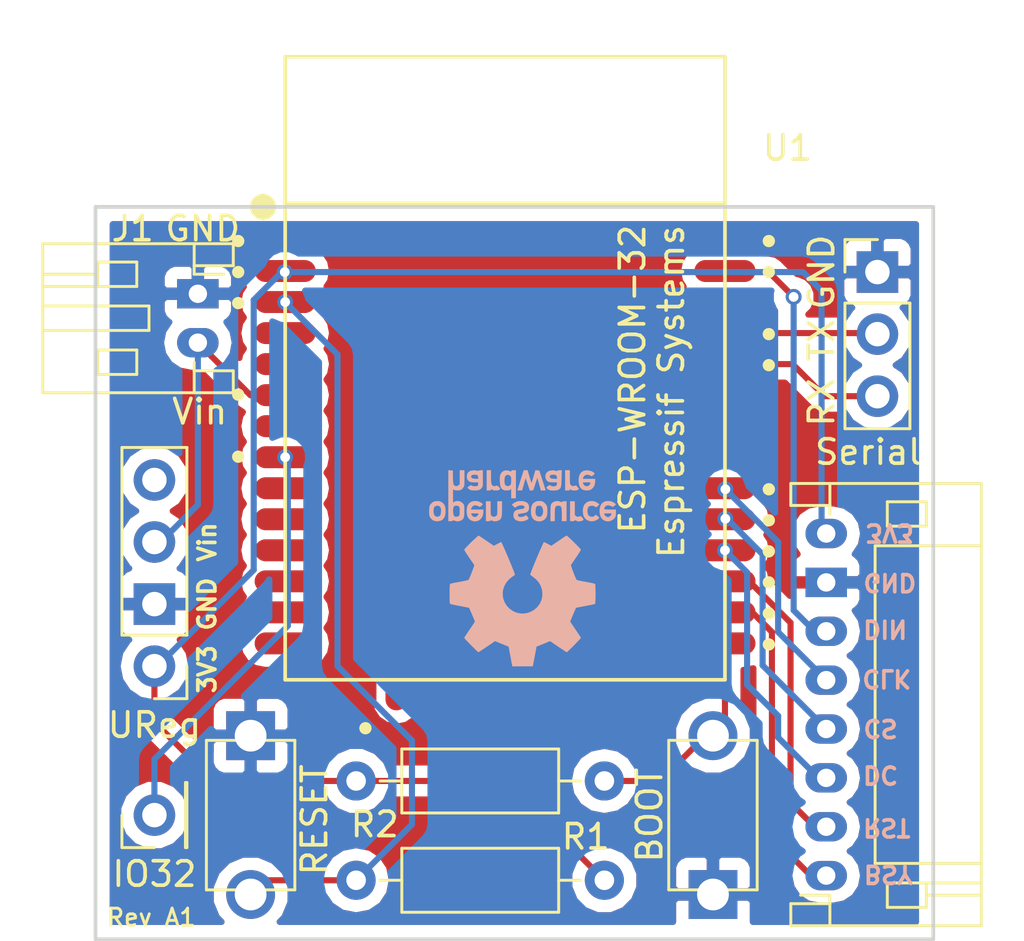
<source format=kicad_pcb>
(kicad_pcb (version 4) (host pcbnew 4.0.7)

  (general
    (links 28)
    (no_connects 0)
    (area 143.5945 83.49 185.862 122.132001)
    (thickness 1.6)
    (drawings 38)
    (tracks 93)
    (zones 0)
    (modules 11)
    (nets 38)
  )

  (page A4)
  (title_block
    (title "ESP32 to Waveshare E-Ink display Board")
    (date 2018-03-13)
    (rev 1)
    (comment 2 "Licensed under the TAPR Open Hardware License (www.tapr.org/OHL)")
    (comment 3 "(c) 2018 Axel Hinrichs")
  )

  (layers
    (0 F.Cu mixed)
    (31 B.Cu mixed hide)
    (32 B.Adhes user)
    (33 F.Adhes user)
    (34 B.Paste user)
    (35 F.Paste user)
    (36 B.SilkS user)
    (37 F.SilkS user)
    (38 B.Mask user)
    (39 F.Mask user)
    (40 Dwgs.User user)
    (41 Cmts.User user)
    (42 Eco1.User user)
    (43 Eco2.User user)
    (44 Edge.Cuts user)
    (45 Margin user)
    (46 B.CrtYd user)
    (47 F.CrtYd user)
    (48 B.Fab user)
    (49 F.Fab user)
  )

  (setup
    (last_trace_width 0.25)
    (trace_clearance 0.2)
    (zone_clearance 0.508)
    (zone_45_only yes)
    (trace_min 0.25)
    (segment_width 0.25)
    (edge_width 0.15)
    (via_size 0.65)
    (via_drill 0.4)
    (via_min_size 0.65)
    (via_min_drill 0.4)
    (uvia_size 0.3)
    (uvia_drill 0.1)
    (uvias_allowed no)
    (uvia_min_size 0.2)
    (uvia_min_drill 0.1)
    (pcb_text_width 0.3)
    (pcb_text_size 1.5 1.5)
    (mod_edge_width 0.15)
    (mod_text_size 1 1)
    (mod_text_width 0.15)
    (pad_size 1.2 1.7)
    (pad_drill 0.75)
    (pad_to_mask_clearance 0.2)
    (aux_axis_origin 0 0)
    (grid_origin 151.829 74.9395)
    (visible_elements FFFFFF7F)
    (pcbplotparams
      (layerselection 0x00030_80000001)
      (usegerberextensions false)
      (excludeedgelayer true)
      (linewidth 0.100000)
      (plotframeref false)
      (viasonmask false)
      (mode 1)
      (useauxorigin false)
      (hpglpennumber 1)
      (hpglpenspeed 20)
      (hpglpendiameter 15)
      (hpglpenoverlay 2)
      (psnegative false)
      (psa4output false)
      (plotreference true)
      (plotvalue true)
      (plotinvisibletext false)
      (padsonsilk false)
      (subtractmaskfromsilk false)
      (outputformat 1)
      (mirror false)
      (drillshape 1)
      (scaleselection 1)
      (outputdirectory /tmp/tt))
  )

  (net 0 "")
  (net 1 /Vin)
  (net 2 GND)
  (net 3 +3V3)
  (net 4 /DIN)
  (net 5 /CLK)
  (net 6 /CS)
  (net 7 /DC)
  (net 8 /RST)
  (net 9 /BUSY)
  (net 10 "Net-(R1-Pad2)")
  (net 11 "Net-(R2-Pad2)")
  (net 12 "Net-(J4-Pad2)")
  (net 13 "Net-(J4-Pad3)")
  (net 14 "Net-(U1-Pad36)")
  (net 15 "Net-(U1-Pad33)")
  (net 16 "Net-(U1-Pad32)")
  (net 17 "Net-(U1-Pad31)")
  (net 18 "Net-(U1-Pad24)")
  (net 19 "Net-(U1-Pad23)")
  (net 20 "Net-(U1-Pad22)")
  (net 21 "Net-(U1-Pad21)")
  (net 22 "Net-(U1-Pad20)")
  (net 23 "Net-(U1-Pad19)")
  (net 24 "Net-(U1-Pad18)")
  (net 25 "Net-(U1-Pad17)")
  (net 26 "Net-(U1-Pad16)")
  (net 27 "Net-(U1-Pad14)")
  (net 28 "Net-(U1-Pad13)")
  (net 29 "Net-(U1-Pad12)")
  (net 30 "Net-(U1-Pad11)")
  (net 31 "Net-(U1-Pad10)")
  (net 32 "Net-(U1-Pad9)")
  (net 33 "Net-(U1-Pad7)")
  (net 34 "Net-(U1-Pad5)")
  (net 35 "Net-(U1-Pad4)")
  (net 36 "Net-(J2-Pad4)")
  (net 37 /IO32)

  (net_class Default "Dies ist die voreingestellte Netzklasse."
    (clearance 0.2)
    (trace_width 0.25)
    (via_dia 0.65)
    (via_drill 0.4)
    (uvia_dia 0.3)
    (uvia_drill 0.1)
    (add_net +3V3)
    (add_net /BUSY)
    (add_net /CLK)
    (add_net /CS)
    (add_net /DC)
    (add_net /DIN)
    (add_net /IO32)
    (add_net /RST)
    (add_net /Vin)
    (add_net GND)
    (add_net "Net-(J2-Pad4)")
    (add_net "Net-(J4-Pad2)")
    (add_net "Net-(J4-Pad3)")
    (add_net "Net-(R1-Pad2)")
    (add_net "Net-(R2-Pad2)")
    (add_net "Net-(U1-Pad10)")
    (add_net "Net-(U1-Pad11)")
    (add_net "Net-(U1-Pad12)")
    (add_net "Net-(U1-Pad13)")
    (add_net "Net-(U1-Pad14)")
    (add_net "Net-(U1-Pad16)")
    (add_net "Net-(U1-Pad17)")
    (add_net "Net-(U1-Pad18)")
    (add_net "Net-(U1-Pad19)")
    (add_net "Net-(U1-Pad20)")
    (add_net "Net-(U1-Pad21)")
    (add_net "Net-(U1-Pad22)")
    (add_net "Net-(U1-Pad23)")
    (add_net "Net-(U1-Pad24)")
    (add_net "Net-(U1-Pad31)")
    (add_net "Net-(U1-Pad32)")
    (add_net "Net-(U1-Pad33)")
    (add_net "Net-(U1-Pad36)")
    (add_net "Net-(U1-Pad4)")
    (add_net "Net-(U1-Pad5)")
    (add_net "Net-(U1-Pad7)")
    (add_net "Net-(U1-Pad9)")
  )

  (module Symbols:OSHW-Logo_7.5x8mm_SilkScreen (layer B.Cu) (tedit 0) (tstamp 5AA80150)
    (at 165.1005 106.88)
    (descr "Open Source Hardware Logo")
    (tags "Logo OSHW")
    (attr virtual)
    (fp_text reference REF*** (at 0 0) (layer B.SilkS) hide
      (effects (font (size 1 1) (thickness 0.15)) (justify mirror))
    )
    (fp_text value OSHW-Logo_7.5x8mm_SilkScreen (at 0.75 0) (layer B.Fab) hide
      (effects (font (size 1 1) (thickness 0.15)) (justify mirror))
    )
    (fp_poly (pts (xy -2.53664 -1.952468) (xy -2.501408 -1.969874) (xy -2.45796 -2.000206) (xy -2.426294 -2.033283)
      (xy -2.404606 -2.074817) (xy -2.391097 -2.130522) (xy -2.383962 -2.206111) (xy -2.3814 -2.307296)
      (xy -2.38125 -2.350797) (xy -2.381688 -2.446135) (xy -2.383504 -2.514271) (xy -2.387455 -2.561418)
      (xy -2.394298 -2.59379) (xy -2.404789 -2.6176) (xy -2.415704 -2.633843) (xy -2.485381 -2.702952)
      (xy -2.567434 -2.744521) (xy -2.65595 -2.757023) (xy -2.745019 -2.738934) (xy -2.773237 -2.726142)
      (xy -2.84079 -2.690931) (xy -2.84079 -3.2427) (xy -2.791488 -3.217205) (xy -2.726527 -3.19748)
      (xy -2.64668 -3.192427) (xy -2.566948 -3.201756) (xy -2.506735 -3.222714) (xy -2.456792 -3.262627)
      (xy -2.414119 -3.319741) (xy -2.41091 -3.325605) (xy -2.397378 -3.353227) (xy -2.387495 -3.381068)
      (xy -2.380691 -3.414794) (xy -2.376399 -3.460071) (xy -2.374049 -3.522562) (xy -2.373072 -3.607935)
      (xy -2.372895 -3.70401) (xy -2.372895 -4.010526) (xy -2.556711 -4.010526) (xy -2.556711 -3.445339)
      (xy -2.608125 -3.402077) (xy -2.661534 -3.367472) (xy -2.712112 -3.36118) (xy -2.76297 -3.377372)
      (xy -2.790075 -3.393227) (xy -2.810249 -3.41581) (xy -2.824597 -3.44994) (xy -2.834224 -3.500434)
      (xy -2.840237 -3.572111) (xy -2.84374 -3.669788) (xy -2.844974 -3.734802) (xy -2.849145 -4.002171)
      (xy -2.936875 -4.007222) (xy -3.024606 -4.012273) (xy -3.024606 -2.353101) (xy -2.84079 -2.353101)
      (xy -2.836104 -2.4456) (xy -2.820312 -2.509809) (xy -2.790817 -2.549759) (xy -2.74502 -2.56948)
      (xy -2.69875 -2.573421) (xy -2.646372 -2.568892) (xy -2.61161 -2.551069) (xy -2.589872 -2.527519)
      (xy -2.57276 -2.502189) (xy -2.562573 -2.473969) (xy -2.55804 -2.434431) (xy -2.557891 -2.375142)
      (xy -2.559416 -2.325498) (xy -2.562919 -2.25071) (xy -2.568133 -2.201611) (xy -2.576913 -2.170467)
      (xy -2.591114 -2.149545) (xy -2.604516 -2.137452) (xy -2.660513 -2.111081) (xy -2.726789 -2.106822)
      (xy -2.764844 -2.115906) (xy -2.802523 -2.148196) (xy -2.827481 -2.211006) (xy -2.839578 -2.303894)
      (xy -2.84079 -2.353101) (xy -3.024606 -2.353101) (xy -3.024606 -1.938421) (xy -2.932698 -1.938421)
      (xy -2.877517 -1.940603) (xy -2.849048 -1.948351) (xy -2.840794 -1.963468) (xy -2.84079 -1.963916)
      (xy -2.83696 -1.97872) (xy -2.820067 -1.977039) (xy -2.786481 -1.960772) (xy -2.708222 -1.935887)
      (xy -2.620173 -1.933271) (xy -2.53664 -1.952468)) (layer B.SilkS) (width 0.01))
    (fp_poly (pts (xy -1.839543 -3.198184) (xy -1.76093 -3.21916) (xy -1.701084 -3.25718) (xy -1.658853 -3.306978)
      (xy -1.645725 -3.32823) (xy -1.636032 -3.350492) (xy -1.629256 -3.37897) (xy -1.624877 -3.418871)
      (xy -1.622376 -3.475401) (xy -1.621232 -3.553767) (xy -1.620928 -3.659176) (xy -1.620922 -3.687142)
      (xy -1.620922 -4.010526) (xy -1.701132 -4.010526) (xy -1.752294 -4.006943) (xy -1.790123 -3.997866)
      (xy -1.799601 -3.992268) (xy -1.825512 -3.982606) (xy -1.851976 -3.992268) (xy -1.895548 -4.00433)
      (xy -1.95884 -4.009185) (xy -2.02899 -4.007078) (xy -2.09314 -3.998256) (xy -2.130593 -3.986937)
      (xy -2.203067 -3.940412) (xy -2.24836 -3.875846) (xy -2.268722 -3.79) (xy -2.268912 -3.787796)
      (xy -2.267125 -3.749713) (xy -2.105527 -3.749713) (xy -2.091399 -3.79303) (xy -2.068388 -3.817408)
      (xy -2.022196 -3.835845) (xy -1.961225 -3.843205) (xy -1.899051 -3.839583) (xy -1.849249 -3.825074)
      (xy -1.835297 -3.815765) (xy -1.810915 -3.772753) (xy -1.804737 -3.723857) (xy -1.804737 -3.659605)
      (xy -1.897182 -3.659605) (xy -1.985005 -3.666366) (xy -2.051582 -3.68552) (xy -2.092998 -3.715376)
      (xy -2.105527 -3.749713) (xy -2.267125 -3.749713) (xy -2.26451 -3.694004) (xy -2.233576 -3.619847)
      (xy -2.175419 -3.563767) (xy -2.16738 -3.558665) (xy -2.132837 -3.542055) (xy -2.090082 -3.531996)
      (xy -2.030314 -3.527107) (xy -1.95931 -3.525983) (xy -1.804737 -3.525921) (xy -1.804737 -3.461125)
      (xy -1.811294 -3.41085) (xy -1.828025 -3.377169) (xy -1.829984 -3.375376) (xy -1.867217 -3.360642)
      (xy -1.92342 -3.354931) (xy -1.985533 -3.357737) (xy -2.04049 -3.368556) (xy -2.073101 -3.384782)
      (xy -2.090772 -3.39778) (xy -2.109431 -3.400262) (xy -2.135181 -3.389613) (xy -2.174127 -3.363218)
      (xy -2.23237 -3.318465) (xy -2.237716 -3.314273) (xy -2.234977 -3.29876) (xy -2.212124 -3.27296)
      (xy -2.177391 -3.244289) (xy -2.13901 -3.220166) (xy -2.126952 -3.21447) (xy -2.082966 -3.203103)
      (xy -2.018513 -3.194995) (xy -1.946503 -3.191743) (xy -1.943136 -3.191736) (xy -1.839543 -3.198184)) (layer B.SilkS) (width 0.01))
    (fp_poly (pts (xy -1.320119 -3.193486) (xy -1.295112 -3.200982) (xy -1.28705 -3.217451) (xy -1.286711 -3.224886)
      (xy -1.285264 -3.245594) (xy -1.275302 -3.248845) (xy -1.248388 -3.234648) (xy -1.232402 -3.224948)
      (xy -1.181967 -3.204175) (xy -1.121728 -3.193904) (xy -1.058566 -3.193114) (xy -0.999363 -3.200786)
      (xy -0.950998 -3.215898) (xy -0.920354 -3.237432) (xy -0.914311 -3.264366) (xy -0.917361 -3.27166)
      (xy -0.939594 -3.301937) (xy -0.97407 -3.339175) (xy -0.980306 -3.345195) (xy -1.013167 -3.372875)
      (xy -1.04152 -3.381818) (xy -1.081173 -3.375576) (xy -1.097058 -3.371429) (xy -1.146491 -3.361467)
      (xy -1.181248 -3.365947) (xy -1.2106 -3.381746) (xy -1.237487 -3.402949) (xy -1.25729 -3.429614)
      (xy -1.271052 -3.466827) (xy -1.279816 -3.519673) (xy -1.284626 -3.593237) (xy -1.286526 -3.692605)
      (xy -1.286711 -3.752601) (xy -1.286711 -4.010526) (xy -1.453816 -4.010526) (xy -1.453816 -3.19171)
      (xy -1.370264 -3.19171) (xy -1.320119 -3.193486)) (layer B.SilkS) (width 0.01))
    (fp_poly (pts (xy -0.267369 -4.010526) (xy -0.359277 -4.010526) (xy -0.412623 -4.008962) (xy -0.440407 -4.002485)
      (xy -0.45041 -3.988418) (xy -0.451185 -3.978906) (xy -0.452872 -3.959832) (xy -0.46351 -3.956174)
      (xy -0.491465 -3.967932) (xy -0.513205 -3.978906) (xy -0.596668 -4.004911) (xy -0.687396 -4.006416)
      (xy -0.761158 -3.987021) (xy -0.829846 -3.940165) (xy -0.882206 -3.871004) (xy -0.910878 -3.789427)
      (xy -0.911608 -3.784866) (xy -0.915868 -3.735101) (xy -0.917986 -3.663659) (xy -0.917816 -3.609626)
      (xy -0.73528 -3.609626) (xy -0.731051 -3.681441) (xy -0.721432 -3.740634) (xy -0.70841 -3.77406)
      (xy -0.659144 -3.81974) (xy -0.60065 -3.836115) (xy -0.540329 -3.822873) (xy -0.488783 -3.783373)
      (xy -0.469262 -3.756807) (xy -0.457848 -3.725106) (xy -0.452502 -3.678832) (xy -0.451185 -3.609328)
      (xy -0.453542 -3.540499) (xy -0.459767 -3.480026) (xy -0.468592 -3.439556) (xy -0.470063 -3.435929)
      (xy -0.505653 -3.392802) (xy -0.5576 -3.369124) (xy -0.615722 -3.365301) (xy -0.66984 -3.381738)
      (xy -0.709774 -3.41884) (xy -0.713917 -3.426222) (xy -0.726884 -3.471239) (xy -0.733948 -3.535967)
      (xy -0.73528 -3.609626) (xy -0.917816 -3.609626) (xy -0.917729 -3.58223) (xy -0.916528 -3.538405)
      (xy -0.908355 -3.429988) (xy -0.89137 -3.348588) (xy -0.863113 -3.288412) (xy -0.821128 -3.243666)
      (xy -0.780368 -3.2174) (xy -0.723419 -3.198935) (xy -0.652589 -3.192602) (xy -0.580059 -3.19776)
      (xy -0.518014 -3.213769) (xy -0.485232 -3.23292) (xy -0.451185 -3.263732) (xy -0.451185 -2.87421)
      (xy -0.267369 -2.87421) (xy -0.267369 -4.010526)) (layer B.SilkS) (width 0.01))
    (fp_poly (pts (xy 0.37413 -3.195104) (xy 0.44022 -3.200066) (xy 0.526626 -3.459079) (xy 0.613031 -3.718092)
      (xy 0.640124 -3.626184) (xy 0.656428 -3.569384) (xy 0.677875 -3.492625) (xy 0.701035 -3.408251)
      (xy 0.71328 -3.362993) (xy 0.759344 -3.19171) (xy 0.949387 -3.19171) (xy 0.892582 -3.371349)
      (xy 0.864607 -3.459704) (xy 0.830813 -3.566281) (xy 0.79552 -3.677454) (xy 0.764013 -3.776579)
      (xy 0.69225 -4.002171) (xy 0.537286 -4.012253) (xy 0.49527 -3.873528) (xy 0.469359 -3.787351)
      (xy 0.441083 -3.692347) (xy 0.416369 -3.608441) (xy 0.415394 -3.605102) (xy 0.396935 -3.548248)
      (xy 0.380649 -3.509456) (xy 0.369242 -3.494787) (xy 0.366898 -3.496483) (xy 0.358671 -3.519225)
      (xy 0.343038 -3.56794) (xy 0.321904 -3.636502) (xy 0.29717 -3.718785) (xy 0.283787 -3.764046)
      (xy 0.211311 -4.010526) (xy 0.057495 -4.010526) (xy -0.065469 -3.622006) (xy -0.100012 -3.513022)
      (xy -0.131479 -3.414048) (xy -0.158384 -3.329736) (xy -0.179241 -3.264734) (xy -0.192562 -3.223692)
      (xy -0.196612 -3.211701) (xy -0.193406 -3.199423) (xy -0.168235 -3.194046) (xy -0.115854 -3.194584)
      (xy -0.107655 -3.19499) (xy -0.010518 -3.200066) (xy 0.0531 -3.434013) (xy 0.076484 -3.519333)
      (xy 0.097381 -3.594335) (xy 0.113951 -3.652507) (xy 0.124354 -3.687337) (xy 0.126276 -3.693016)
      (xy 0.134241 -3.686486) (xy 0.150304 -3.652654) (xy 0.172621 -3.596127) (xy 0.199345 -3.52151)
      (xy 0.221937 -3.454107) (xy 0.308041 -3.190143) (xy 0.37413 -3.195104)) (layer B.SilkS) (width 0.01))
    (fp_poly (pts (xy 1.379992 -3.196673) (xy 1.450427 -3.21378) (xy 1.470787 -3.222844) (xy 1.510253 -3.246583)
      (xy 1.540541 -3.273321) (xy 1.562952 -3.307699) (xy 1.578786 -3.35436) (xy 1.589343 -3.417946)
      (xy 1.595924 -3.503099) (xy 1.599828 -3.614462) (xy 1.60131 -3.688849) (xy 1.606765 -4.010526)
      (xy 1.51358 -4.010526) (xy 1.457047 -4.008156) (xy 1.427922 -4.000055) (xy 1.420394 -3.986451)
      (xy 1.41642 -3.971741) (xy 1.398652 -3.974554) (xy 1.37444 -3.986348) (xy 1.313828 -4.004427)
      (xy 1.235929 -4.009299) (xy 1.153995 -4.00133) (xy 1.081281 -3.980889) (xy 1.074759 -3.978051)
      (xy 1.008302 -3.931365) (xy 0.964491 -3.866464) (xy 0.944332 -3.7906) (xy 0.945872 -3.763344)
      (xy 1.110345 -3.763344) (xy 1.124837 -3.800024) (xy 1.167805 -3.826309) (xy 1.237129 -3.840417)
      (xy 1.274177 -3.84229) (xy 1.335919 -3.837494) (xy 1.37696 -3.818858) (xy 1.386973 -3.81)
      (xy 1.4141 -3.761806) (xy 1.420394 -3.718092) (xy 1.420394 -3.659605) (xy 1.33893 -3.659605)
      (xy 1.244234 -3.664432) (xy 1.177813 -3.679613) (xy 1.135846 -3.7062) (xy 1.126449 -3.718052)
      (xy 1.110345 -3.763344) (xy 0.945872 -3.763344) (xy 0.948829 -3.711026) (xy 0.978985 -3.634995)
      (xy 1.020131 -3.583612) (xy 1.045052 -3.561397) (xy 1.069448 -3.546798) (xy 1.101191 -3.537897)
      (xy 1.148152 -3.532775) (xy 1.218204 -3.529515) (xy 1.24599 -3.528577) (xy 1.420394 -3.522879)
      (xy 1.420138 -3.470091) (xy 1.413384 -3.414603) (xy 1.388964 -3.381052) (xy 1.33963 -3.359618)
      (xy 1.338306 -3.359236) (xy 1.26836 -3.350808) (xy 1.199914 -3.361816) (xy 1.149047 -3.388585)
      (xy 1.128637 -3.401803) (xy 1.106654 -3.399974) (xy 1.072826 -3.380824) (xy 1.052961 -3.367308)
      (xy 1.014106 -3.338432) (xy 0.990038 -3.316786) (xy 0.986176 -3.310589) (xy 1.002079 -3.278519)
      (xy 1.049065 -3.240219) (xy 1.069473 -3.227297) (xy 1.128143 -3.205041) (xy 1.207212 -3.192432)
      (xy 1.295041 -3.1896) (xy 1.379992 -3.196673)) (layer B.SilkS) (width 0.01))
    (fp_poly (pts (xy 2.173167 -3.191447) (xy 2.237408 -3.204112) (xy 2.27398 -3.222864) (xy 2.312453 -3.254017)
      (xy 2.257717 -3.323127) (xy 2.223969 -3.364979) (xy 2.201053 -3.385398) (xy 2.178279 -3.388517)
      (xy 2.144956 -3.378472) (xy 2.129314 -3.372789) (xy 2.065542 -3.364404) (xy 2.00714 -3.382378)
      (xy 1.964264 -3.422982) (xy 1.957299 -3.435929) (xy 1.949713 -3.470224) (xy 1.943859 -3.533427)
      (xy 1.940011 -3.62106) (xy 1.938443 -3.72864) (xy 1.938421 -3.743944) (xy 1.938421 -4.010526)
      (xy 1.754605 -4.010526) (xy 1.754605 -3.19171) (xy 1.846513 -3.19171) (xy 1.899507 -3.193094)
      (xy 1.927115 -3.199252) (xy 1.937324 -3.213194) (xy 1.938421 -3.226344) (xy 1.938421 -3.260978)
      (xy 1.98245 -3.226344) (xy 2.032937 -3.202716) (xy 2.10076 -3.191033) (xy 2.173167 -3.191447)) (layer B.SilkS) (width 0.01))
    (fp_poly (pts (xy 2.701193 -3.196078) (xy 2.781068 -3.216845) (xy 2.847962 -3.259705) (xy 2.880351 -3.291723)
      (xy 2.933445 -3.367413) (xy 2.963873 -3.455216) (xy 2.974327 -3.56315) (xy 2.97438 -3.571875)
      (xy 2.974473 -3.659605) (xy 2.469534 -3.659605) (xy 2.480298 -3.705559) (xy 2.499732 -3.747178)
      (xy 2.533745 -3.790544) (xy 2.54086 -3.797467) (xy 2.602003 -3.834935) (xy 2.671729 -3.841289)
      (xy 2.751987 -3.816638) (xy 2.765592 -3.81) (xy 2.807319 -3.789819) (xy 2.835268 -3.778321)
      (xy 2.840145 -3.777258) (xy 2.857168 -3.787583) (xy 2.889633 -3.812845) (xy 2.906114 -3.82665)
      (xy 2.940264 -3.858361) (xy 2.951478 -3.879299) (xy 2.943695 -3.89856) (xy 2.939535 -3.903827)
      (xy 2.911357 -3.926878) (xy 2.864862 -3.954892) (xy 2.832434 -3.971246) (xy 2.740385 -4.000059)
      (xy 2.638476 -4.009395) (xy 2.541963 -3.998332) (xy 2.514934 -3.990412) (xy 2.431276 -3.945581)
      (xy 2.369266 -3.876598) (xy 2.328545 -3.782794) (xy 2.308755 -3.663498) (xy 2.306582 -3.601118)
      (xy 2.312926 -3.510298) (xy 2.473157 -3.510298) (xy 2.488655 -3.517012) (xy 2.530312 -3.52228)
      (xy 2.590876 -3.525389) (xy 2.631907 -3.525921) (xy 2.705711 -3.525408) (xy 2.752293 -3.523006)
      (xy 2.777848 -3.517422) (xy 2.788569 -3.507361) (xy 2.790657 -3.492763) (xy 2.776331 -3.447796)
      (xy 2.740262 -3.403353) (xy 2.692815 -3.369242) (xy 2.645349 -3.355288) (xy 2.580879 -3.367666)
      (xy 2.52507 -3.403452) (xy 2.486374 -3.455033) (xy 2.473157 -3.510298) (xy 2.312926 -3.510298)
      (xy 2.315821 -3.468866) (xy 2.344336 -3.363498) (xy 2.392729 -3.284178) (xy 2.461604 -3.230071)
      (xy 2.551565 -3.200343) (xy 2.6003 -3.194618) (xy 2.701193 -3.196078)) (layer B.SilkS) (width 0.01))
    (fp_poly (pts (xy -3.373216 -1.947104) (xy -3.285795 -1.985754) (xy -3.21943 -2.05029) (xy -3.174024 -2.140812)
      (xy -3.149482 -2.257418) (xy -3.147723 -2.275624) (xy -3.146344 -2.403984) (xy -3.164216 -2.516496)
      (xy -3.20025 -2.607688) (xy -3.219545 -2.637022) (xy -3.286755 -2.699106) (xy -3.37235 -2.739316)
      (xy -3.46811 -2.756003) (xy -3.565813 -2.747517) (xy -3.640083 -2.72138) (xy -3.703953 -2.677335)
      (xy -3.756154 -2.619587) (xy -3.757057 -2.618236) (xy -3.778256 -2.582593) (xy -3.792033 -2.546752)
      (xy -3.800376 -2.501519) (xy -3.805273 -2.437701) (xy -3.807431 -2.385368) (xy -3.808329 -2.33791)
      (xy -3.641257 -2.33791) (xy -3.639624 -2.385154) (xy -3.633696 -2.448046) (xy -3.623239 -2.488407)
      (xy -3.604381 -2.517122) (xy -3.586719 -2.533896) (xy -3.524106 -2.569016) (xy -3.458592 -2.57371)
      (xy -3.397579 -2.54844) (xy -3.367072 -2.520124) (xy -3.345089 -2.491589) (xy -3.332231 -2.464284)
      (xy -3.326588 -2.42875) (xy -3.326249 -2.375524) (xy -3.327988 -2.326506) (xy -3.331729 -2.256482)
      (xy -3.337659 -2.211064) (xy -3.348347 -2.18144) (xy -3.366361 -2.158797) (xy -3.380637 -2.145855)
      (xy -3.440349 -2.11186) (xy -3.504766 -2.110165) (xy -3.558781 -2.130301) (xy -3.60486 -2.172352)
      (xy -3.632311 -2.241428) (xy -3.641257 -2.33791) (xy -3.808329 -2.33791) (xy -3.809401 -2.281299)
      (xy -3.806036 -2.203468) (xy -3.795955 -2.14493) (xy -3.777774 -2.098737) (xy -3.75011 -2.057942)
      (xy -3.739854 -2.045828) (xy -3.675722 -1.985474) (xy -3.606934 -1.95022) (xy -3.522811 -1.93545)
      (xy -3.481791 -1.934243) (xy -3.373216 -1.947104)) (layer B.SilkS) (width 0.01))
    (fp_poly (pts (xy -1.802982 -1.957027) (xy -1.78633 -1.964866) (xy -1.728695 -2.007086) (xy -1.674195 -2.0687)
      (xy -1.633501 -2.136543) (xy -1.621926 -2.167734) (xy -1.611366 -2.223449) (xy -1.605069 -2.290781)
      (xy -1.604304 -2.318585) (xy -1.604211 -2.406316) (xy -2.10915 -2.406316) (xy -2.098387 -2.45227)
      (xy -2.071967 -2.50662) (xy -2.025778 -2.553591) (xy -1.970828 -2.583848) (xy -1.935811 -2.590131)
      (xy -1.888323 -2.582506) (xy -1.831665 -2.563383) (xy -1.812418 -2.554584) (xy -1.741241 -2.519036)
      (xy -1.680498 -2.565367) (xy -1.645448 -2.596703) (xy -1.626798 -2.622567) (xy -1.625853 -2.630158)
      (xy -1.642515 -2.648556) (xy -1.67903 -2.676515) (xy -1.712172 -2.698327) (xy -1.801607 -2.737537)
      (xy -1.901871 -2.755285) (xy -2.001246 -2.75067) (xy -2.080461 -2.726551) (xy -2.16212 -2.674884)
      (xy -2.220151 -2.606856) (xy -2.256454 -2.518843) (xy -2.272928 -2.407216) (xy -2.274389 -2.356138)
      (xy -2.268543 -2.239091) (xy -2.267825 -2.235686) (xy -2.100511 -2.235686) (xy -2.095903 -2.246662)
      (xy -2.076964 -2.252715) (xy -2.037902 -2.25531) (xy -1.972923 -2.25591) (xy -1.947903 -2.255921)
      (xy -1.871779 -2.255014) (xy -1.823504 -2.25172) (xy -1.79754 -2.245181) (xy -1.788352 -2.234537)
      (xy -1.788027 -2.231119) (xy -1.798513 -2.203956) (xy -1.824758 -2.165903) (xy -1.836041 -2.152579)
      (xy -1.877928 -2.114896) (xy -1.921591 -2.10008) (xy -1.945115 -2.098842) (xy -2.008757 -2.114329)
      (xy -2.062127 -2.15593) (xy -2.095981 -2.216353) (xy -2.096581 -2.218322) (xy -2.100511 -2.235686)
      (xy -2.267825 -2.235686) (xy -2.249101 -2.146928) (xy -2.214078 -2.07319) (xy -2.171244 -2.020848)
      (xy -2.092052 -1.964092) (xy -1.99896 -1.933762) (xy -1.899945 -1.931021) (xy -1.802982 -1.957027)) (layer B.SilkS) (width 0.01))
    (fp_poly (pts (xy 0.018628 -1.935547) (xy 0.081908 -1.947548) (xy 0.147557 -1.972648) (xy 0.154572 -1.975848)
      (xy 0.204356 -2.002026) (xy 0.238834 -2.026353) (xy 0.249978 -2.041937) (xy 0.239366 -2.067353)
      (xy 0.213588 -2.104853) (xy 0.202146 -2.118852) (xy 0.154992 -2.173954) (xy 0.094201 -2.138086)
      (xy 0.036347 -2.114192) (xy -0.0305 -2.10142) (xy -0.094606 -2.100613) (xy -0.144236 -2.112615)
      (xy -0.156146 -2.120105) (xy -0.178828 -2.15445) (xy -0.181584 -2.194013) (xy -0.164612 -2.22492)
      (xy -0.154573 -2.230913) (xy -0.12449 -2.238357) (xy -0.071611 -2.247106) (xy -0.006425 -2.255467)
      (xy 0.0056 -2.256778) (xy 0.110297 -2.274888) (xy 0.186232 -2.305651) (xy 0.236592 -2.351907)
      (xy 0.264564 -2.416497) (xy 0.273278 -2.495387) (xy 0.26124 -2.585065) (xy 0.222151 -2.655486)
      (xy 0.155855 -2.706777) (xy 0.062194 -2.739067) (xy -0.041777 -2.751807) (xy -0.126562 -2.751654)
      (xy -0.195335 -2.740083) (xy -0.242303 -2.724109) (xy -0.30165 -2.696275) (xy -0.356494 -2.663973)
      (xy -0.375987 -2.649755) (xy -0.426119 -2.608835) (xy -0.305197 -2.486477) (xy -0.236457 -2.531967)
      (xy -0.167512 -2.566133) (xy -0.093889 -2.584004) (xy -0.023117 -2.585889) (xy 0.037274 -2.572101)
      (xy 0.079757 -2.542949) (xy 0.093474 -2.518352) (xy 0.091417 -2.478904) (xy 0.05733 -2.448737)
      (xy -0.008692 -2.427906) (xy -0.081026 -2.418279) (xy -0.192348 -2.39991) (xy -0.275048 -2.365254)
      (xy -0.330235 -2.313297) (xy -0.359012 -2.243023) (xy -0.362999 -2.159707) (xy -0.343307 -2.072681)
      (xy -0.298411 -2.006902) (xy -0.227909 -1.962068) (xy -0.131399 -1.937879) (xy -0.0599 -1.933137)
      (xy 0.018628 -1.935547)) (layer B.SilkS) (width 0.01))
    (fp_poly (pts (xy 0.811669 -1.94831) (xy 0.896192 -1.99434) (xy 0.962321 -2.067006) (xy 0.993478 -2.126106)
      (xy 1.006855 -2.178305) (xy 1.015522 -2.252719) (xy 1.019237 -2.338442) (xy 1.017754 -2.424569)
      (xy 1.010831 -2.500193) (xy 1.002745 -2.540584) (xy 0.975465 -2.59584) (xy 0.92822 -2.65453)
      (xy 0.871282 -2.705852) (xy 0.814924 -2.739005) (xy 0.81355 -2.739531) (xy 0.743616 -2.754018)
      (xy 0.660737 -2.754377) (xy 0.581977 -2.741188) (xy 0.551566 -2.730617) (xy 0.473239 -2.686201)
      (xy 0.417143 -2.628007) (xy 0.380286 -2.550965) (xy 0.35968 -2.450001) (xy 0.355018 -2.397116)
      (xy 0.355613 -2.330663) (xy 0.534736 -2.330663) (xy 0.54077 -2.42763) (xy 0.558138 -2.501523)
      (xy 0.58574 -2.548736) (xy 0.605404 -2.562237) (xy 0.655787 -2.571651) (xy 0.715673 -2.568864)
      (xy 0.767449 -2.555316) (xy 0.781027 -2.547862) (xy 0.816849 -2.504451) (xy 0.840493 -2.438014)
      (xy 0.850558 -2.357161) (xy 0.845642 -2.270502) (xy 0.834655 -2.218349) (xy 0.803109 -2.157951)
      (xy 0.753311 -2.120197) (xy 0.693337 -2.107143) (xy 0.631264 -2.120849) (xy 0.583582 -2.154372)
      (xy 0.558525 -2.182031) (xy 0.5439 -2.209294) (xy 0.536929 -2.24619) (xy 0.534833 -2.30275)
      (xy 0.534736 -2.330663) (xy 0.355613 -2.330663) (xy 0.356282 -2.255994) (xy 0.379265 -2.140271)
      (xy 0.423972 -2.049941) (xy 0.490405 -1.985) (xy 0.578565 -1.945445) (xy 0.597495 -1.940858)
      (xy 0.711266 -1.93009) (xy 0.811669 -1.94831)) (layer B.SilkS) (width 0.01))
    (fp_poly (pts (xy 1.320131 -2.198533) (xy 1.32171 -2.321089) (xy 1.327481 -2.414179) (xy 1.338991 -2.481651)
      (xy 1.35779 -2.527355) (xy 1.385426 -2.555139) (xy 1.423448 -2.568854) (xy 1.470526 -2.572358)
      (xy 1.519832 -2.568432) (xy 1.557283 -2.554089) (xy 1.584428 -2.525478) (xy 1.602815 -2.478751)
      (xy 1.613993 -2.410058) (xy 1.619511 -2.31555) (xy 1.620921 -2.198533) (xy 1.620921 -1.938421)
      (xy 1.804736 -1.938421) (xy 1.804736 -2.740526) (xy 1.712828 -2.740526) (xy 1.657422 -2.738281)
      (xy 1.628891 -2.730396) (xy 1.620921 -2.715428) (xy 1.61612 -2.702097) (xy 1.597014 -2.704917)
      (xy 1.558504 -2.723783) (xy 1.470239 -2.752887) (xy 1.376623 -2.750825) (xy 1.286921 -2.719221)
      (xy 1.244204 -2.694257) (xy 1.211621 -2.667226) (xy 1.187817 -2.633405) (xy 1.171439 -2.588068)
      (xy 1.161131 -2.526489) (xy 1.155541 -2.443943) (xy 1.153312 -2.335705) (xy 1.153026 -2.252004)
      (xy 1.153026 -1.938421) (xy 1.320131 -1.938421) (xy 1.320131 -2.198533)) (layer B.SilkS) (width 0.01))
    (fp_poly (pts (xy 2.946576 -1.945419) (xy 3.043395 -1.986549) (xy 3.07389 -2.006571) (xy 3.112865 -2.03734)
      (xy 3.137331 -2.061533) (xy 3.141578 -2.069413) (xy 3.129584 -2.086899) (xy 3.098887 -2.11657)
      (xy 3.074312 -2.137279) (xy 3.007046 -2.191336) (xy 2.95393 -2.146642) (xy 2.912884 -2.117789)
      (xy 2.872863 -2.107829) (xy 2.827059 -2.110261) (xy 2.754324 -2.128345) (xy 2.704256 -2.165881)
      (xy 2.673829 -2.226562) (xy 2.660017 -2.314081) (xy 2.660013 -2.314136) (xy 2.661208 -2.411958)
      (xy 2.679772 -2.48373) (xy 2.716804 -2.532595) (xy 2.74205 -2.549143) (xy 2.809097 -2.569749)
      (xy 2.880709 -2.569762) (xy 2.943015 -2.549768) (xy 2.957763 -2.54) (xy 2.99475 -2.515047)
      (xy 3.023668 -2.510958) (xy 3.054856 -2.52953) (xy 3.089336 -2.562887) (xy 3.143912 -2.619196)
      (xy 3.083318 -2.669142) (xy 2.989698 -2.725513) (xy 2.884125 -2.753293) (xy 2.773798 -2.751282)
      (xy 2.701343 -2.732862) (xy 2.616656 -2.68731) (xy 2.548927 -2.61565) (xy 2.518157 -2.565066)
      (xy 2.493236 -2.492488) (xy 2.480766 -2.400569) (xy 2.48067 -2.300948) (xy 2.49287 -2.205267)
      (xy 2.51729 -2.125169) (xy 2.521136 -2.116956) (xy 2.578093 -2.036413) (xy 2.655209 -1.977771)
      (xy 2.74639 -1.942247) (xy 2.845543 -1.931057) (xy 2.946576 -1.945419)) (layer B.SilkS) (width 0.01))
    (fp_poly (pts (xy 3.558784 -1.935554) (xy 3.601574 -1.945949) (xy 3.683609 -1.984013) (xy 3.753757 -2.042149)
      (xy 3.802305 -2.111852) (xy 3.808975 -2.127502) (xy 3.818124 -2.168496) (xy 3.824529 -2.229138)
      (xy 3.82671 -2.29043) (xy 3.82671 -2.406316) (xy 3.584407 -2.406316) (xy 3.484471 -2.406693)
      (xy 3.414069 -2.408987) (xy 3.369313 -2.414938) (xy 3.346315 -2.426285) (xy 3.341189 -2.444771)
      (xy 3.350048 -2.472136) (xy 3.365917 -2.504155) (xy 3.410184 -2.557592) (xy 3.471699 -2.584215)
      (xy 3.546885 -2.583347) (xy 3.632053 -2.554371) (xy 3.705659 -2.518611) (xy 3.766734 -2.566904)
      (xy 3.82781 -2.615197) (xy 3.770351 -2.668285) (xy 3.693641 -2.718445) (xy 3.599302 -2.748688)
      (xy 3.497827 -2.757151) (xy 3.399711 -2.741974) (xy 3.383881 -2.736824) (xy 3.297647 -2.691791)
      (xy 3.233501 -2.624652) (xy 3.190091 -2.533405) (xy 3.166064 -2.416044) (xy 3.165784 -2.413529)
      (xy 3.163633 -2.285627) (xy 3.172329 -2.239997) (xy 3.342105 -2.239997) (xy 3.357697 -2.247013)
      (xy 3.400029 -2.252388) (xy 3.462434 -2.255457) (xy 3.501981 -2.255921) (xy 3.575728 -2.25563)
      (xy 3.62184 -2.253783) (xy 3.6461 -2.248912) (xy 3.654294 -2.239555) (xy 3.652206 -2.224245)
      (xy 3.650455 -2.218322) (xy 3.62056 -2.162668) (xy 3.573542 -2.117815) (xy 3.532049 -2.098105)
      (xy 3.476926 -2.099295) (xy 3.421068 -2.123875) (xy 3.374212 -2.16457) (xy 3.346094 -2.214108)
      (xy 3.342105 -2.239997) (xy 3.172329 -2.239997) (xy 3.185074 -2.173133) (xy 3.227611 -2.078727)
      (xy 3.288747 -2.005088) (xy 3.365985 -1.954893) (xy 3.45683 -1.930822) (xy 3.558784 -1.935554)) (layer B.SilkS) (width 0.01))
    (fp_poly (pts (xy -1.002043 -1.952226) (xy -0.960454 -1.97209) (xy -0.920175 -2.000784) (xy -0.88949 -2.033809)
      (xy -0.867139 -2.075931) (xy -0.851864 -2.131915) (xy -0.842408 -2.206528) (xy -0.837513 -2.304535)
      (xy -0.835919 -2.430702) (xy -0.835894 -2.443914) (xy -0.835527 -2.740526) (xy -1.019343 -2.740526)
      (xy -1.019343 -2.467081) (xy -1.019473 -2.365777) (xy -1.020379 -2.292353) (xy -1.022827 -2.241271)
      (xy -1.027586 -2.20699) (xy -1.035426 -2.183971) (xy -1.047115 -2.166673) (xy -1.063398 -2.149581)
      (xy -1.120366 -2.112857) (xy -1.182555 -2.106042) (xy -1.241801 -2.129261) (xy -1.262405 -2.146543)
      (xy -1.27753 -2.162791) (xy -1.28839 -2.180191) (xy -1.29569 -2.204212) (xy -1.300137 -2.240322)
      (xy -1.302436 -2.293988) (xy -1.303296 -2.37068) (xy -1.303422 -2.464043) (xy -1.303422 -2.740526)
      (xy -1.487237 -2.740526) (xy -1.487237 -1.938421) (xy -1.395329 -1.938421) (xy -1.340149 -1.940603)
      (xy -1.31168 -1.948351) (xy -1.303425 -1.963468) (xy -1.303422 -1.963916) (xy -1.299592 -1.97872)
      (xy -1.282699 -1.97704) (xy -1.249112 -1.960773) (xy -1.172937 -1.93684) (xy -1.0858 -1.934178)
      (xy -1.002043 -1.952226)) (layer B.SilkS) (width 0.01))
    (fp_poly (pts (xy 2.391388 -1.937645) (xy 2.448865 -1.955206) (xy 2.485872 -1.977395) (xy 2.497927 -1.994942)
      (xy 2.494609 -2.015742) (xy 2.473079 -2.048419) (xy 2.454874 -2.071562) (xy 2.417344 -2.113402)
      (xy 2.389148 -2.131005) (xy 2.365111 -2.129856) (xy 2.293808 -2.11171) (xy 2.241442 -2.112534)
      (xy 2.198918 -2.133098) (xy 2.184642 -2.145134) (xy 2.138947 -2.187483) (xy 2.138947 -2.740526)
      (xy 1.955131 -2.740526) (xy 1.955131 -1.938421) (xy 2.047039 -1.938421) (xy 2.102219 -1.940603)
      (xy 2.130688 -1.948351) (xy 2.138943 -1.963468) (xy 2.138947 -1.963916) (xy 2.142845 -1.979749)
      (xy 2.160474 -1.977684) (xy 2.184901 -1.966261) (xy 2.23535 -1.945005) (xy 2.276316 -1.932216)
      (xy 2.329028 -1.928938) (xy 2.391388 -1.937645)) (layer B.SilkS) (width 0.01))
    (fp_poly (pts (xy 0.500964 3.601424) (xy 0.576513 3.200678) (xy 1.134041 2.970846) (xy 1.468465 3.198252)
      (xy 1.562122 3.261569) (xy 1.646782 3.318104) (xy 1.718495 3.365273) (xy 1.773311 3.400498)
      (xy 1.80728 3.421195) (xy 1.81653 3.425658) (xy 1.833195 3.41418) (xy 1.868806 3.382449)
      (xy 1.919371 3.334517) (xy 1.9809 3.274438) (xy 2.049399 3.206267) (xy 2.120879 3.134055)
      (xy 2.191347 3.061858) (xy 2.256811 2.993727) (xy 2.31328 2.933717) (xy 2.356763 2.885881)
      (xy 2.383268 2.854273) (xy 2.389605 2.843695) (xy 2.380486 2.824194) (xy 2.35492 2.781469)
      (xy 2.315597 2.719702) (xy 2.265203 2.643069) (xy 2.206427 2.555752) (xy 2.172368 2.505948)
      (xy 2.110289 2.415007) (xy 2.055126 2.332941) (xy 2.009554 2.263837) (xy 1.97625 2.211778)
      (xy 1.95789 2.18085) (xy 1.955131 2.17435) (xy 1.961385 2.155879) (xy 1.978434 2.112828)
      (xy 2.003703 2.051251) (xy 2.034622 1.977201) (xy 2.068618 1.89673) (xy 2.103118 1.815893)
      (xy 2.135551 1.740742) (xy 2.163343 1.677329) (xy 2.183923 1.631707) (xy 2.194719 1.609931)
      (xy 2.195356 1.609074) (xy 2.212307 1.604916) (xy 2.257451 1.595639) (xy 2.32611 1.582156)
      (xy 2.413602 1.565379) (xy 2.51525 1.546219) (xy 2.574556 1.53517) (xy 2.683172 1.51449)
      (xy 2.781277 1.494811) (xy 2.863909 1.477211) (xy 2.926104 1.462767) (xy 2.962899 1.452554)
      (xy 2.970296 1.449314) (xy 2.97754 1.427383) (xy 2.983385 1.377853) (xy 2.987835 1.306515)
      (xy 2.990893 1.219161) (xy 2.992565 1.121583) (xy 2.992853 1.019574) (xy 2.991761 0.918925)
      (xy 2.989294 0.825428) (xy 2.985456 0.744875) (xy 2.98025 0.683058) (xy 2.973681 0.64577)
      (xy 2.969741 0.638007) (xy 2.946188 0.628702) (xy 2.896282 0.6154) (xy 2.826623 0.599663)
      (xy 2.743813 0.583054) (xy 2.714905 0.577681) (xy 2.575531 0.552152) (xy 2.465436 0.531592)
      (xy 2.380982 0.515185) (xy 2.31853 0.502113) (xy 2.274444 0.491559) (xy 2.245085 0.482706)
      (xy 2.226815 0.474737) (xy 2.215998 0.466835) (xy 2.214485 0.465273) (xy 2.199377 0.440114)
      (xy 2.176329 0.39115) (xy 2.147644 0.324379) (xy 2.115622 0.245795) (xy 2.082565 0.161393)
      (xy 2.050773 0.07717) (xy 2.022549 -0.000879) (xy 2.000193 -0.066759) (xy 1.986007 -0.114473)
      (xy 1.982293 -0.138027) (xy 1.982602 -0.138852) (xy 1.995189 -0.158104) (xy 2.023744 -0.200463)
      (xy 2.065267 -0.261521) (xy 2.116756 -0.336868) (xy 2.175211 -0.422096) (xy 2.191858 -0.446315)
      (xy 2.251215 -0.534123) (xy 2.303447 -0.614238) (xy 2.345708 -0.682062) (xy 2.375153 -0.732993)
      (xy 2.388937 -0.762431) (xy 2.389605 -0.766048) (xy 2.378024 -0.785057) (xy 2.346024 -0.822714)
      (xy 2.297718 -0.874973) (xy 2.23722 -0.937786) (xy 2.168644 -1.007106) (xy 2.096104 -1.078885)
      (xy 2.023712 -1.149077) (xy 1.955584 -1.213635) (xy 1.895832 -1.26851) (xy 1.848571 -1.309656)
      (xy 1.817913 -1.333026) (xy 1.809432 -1.336842) (xy 1.789691 -1.327855) (xy 1.749274 -1.303616)
      (xy 1.694763 -1.268209) (xy 1.652823 -1.239711) (xy 1.576829 -1.187418) (xy 1.486834 -1.125845)
      (xy 1.396564 -1.06437) (xy 1.348032 -1.031469) (xy 1.183762 -0.920359) (xy 1.045869 -0.994916)
      (xy 0.983049 -1.027578) (xy 0.929629 -1.052966) (xy 0.893484 -1.067446) (xy 0.884284 -1.06946)
      (xy 0.873221 -1.054584) (xy 0.851394 -1.012547) (xy 0.820434 -0.947227) (xy 0.78197 -0.8625)
      (xy 0.737632 -0.762245) (xy 0.689047 -0.650339) (xy 0.637846 -0.530659) (xy 0.585659 -0.407084)
      (xy 0.534113 -0.283491) (xy 0.48484 -0.163757) (xy 0.439467 -0.051759) (xy 0.399625 0.048623)
      (xy 0.366942 0.133514) (xy 0.343049 0.199035) (xy 0.329574 0.24131) (xy 0.327406 0.255828)
      (xy 0.344583 0.274347) (xy 0.38219 0.30441) (xy 0.432366 0.339768) (xy 0.436578 0.342566)
      (xy 0.566264 0.446375) (xy 0.670834 0.567485) (xy 0.749381 0.702024) (xy 0.800999 0.846118)
      (xy 0.824782 0.995895) (xy 0.819823 1.147483) (xy 0.785217 1.297008) (xy 0.720057 1.4406)
      (xy 0.700886 1.472016) (xy 0.601174 1.598875) (xy 0.483377 1.700745) (xy 0.351571 1.777096)
      (xy 0.209833 1.827398) (xy 0.062242 1.851121) (xy -0.087127 1.847735) (xy -0.234197 1.816712)
      (xy -0.374889 1.75752) (xy -0.505127 1.669631) (xy -0.545414 1.633958) (xy -0.647945 1.522294)
      (xy -0.722659 1.404743) (xy -0.77391 1.27298) (xy -0.802454 1.142493) (xy -0.8095 0.995784)
      (xy -0.786004 0.848347) (xy -0.734351 0.705166) (xy -0.656929 0.571223) (xy -0.556125 0.451502)
      (xy -0.434324 0.350986) (xy -0.418316 0.340391) (xy -0.367602 0.305694) (xy -0.32905 0.27563)
      (xy -0.310619 0.256435) (xy -0.310351 0.255828) (xy -0.314308 0.235064) (xy -0.329993 0.187938)
      (xy -0.355778 0.118327) (xy -0.390031 0.030107) (xy -0.431123 -0.072844) (xy -0.477424 -0.18665)
      (xy -0.527304 -0.307435) (xy -0.579133 -0.431321) (xy -0.631281 -0.554432) (xy -0.682118 -0.672891)
      (xy -0.730013 -0.782823) (xy -0.773338 -0.880349) (xy -0.810462 -0.961593) (xy -0.839756 -1.022679)
      (xy -0.859588 -1.05973) (xy -0.867574 -1.06946) (xy -0.891979 -1.061883) (xy -0.937642 -1.04156)
      (xy -0.99669 -1.012125) (xy -1.02916 -0.994916) (xy -1.167053 -0.920359) (xy -1.331323 -1.031469)
      (xy -1.415179 -1.08839) (xy -1.506987 -1.15103) (xy -1.59302 -1.210011) (xy -1.636113 -1.239711)
      (xy -1.696723 -1.28041) (xy -1.748045 -1.312663) (xy -1.783385 -1.332384) (xy -1.794863 -1.336554)
      (xy -1.81157 -1.325307) (xy -1.848546 -1.293911) (xy -1.902205 -1.245624) (xy -1.968962 -1.183708)
      (xy -2.045234 -1.111421) (xy -2.093473 -1.065008) (xy -2.177867 -0.982087) (xy -2.250803 -0.90792)
      (xy -2.309331 -0.84568) (xy -2.350503 -0.798541) (xy -2.371372 -0.769673) (xy -2.373374 -0.763815)
      (xy -2.364083 -0.741532) (xy -2.338409 -0.696477) (xy -2.2992 -0.633211) (xy -2.249303 -0.556295)
      (xy -2.191567 -0.470292) (xy -2.175149 -0.446315) (xy -2.115323 -0.35917) (xy -2.06165 -0.28071)
      (xy -2.01713 -0.215345) (xy -1.984765 -0.167484) (xy -1.967555 -0.141535) (xy -1.965893 -0.138852)
      (xy -1.968379 -0.118172) (xy -1.981577 -0.072704) (xy -2.003186 -0.008444) (xy -2.030904 0.068613)
      (xy -2.06243 0.152471) (xy -2.095463 0.237134) (xy -2.127701 0.316608) (xy -2.156843 0.384896)
      (xy -2.180588 0.436003) (xy -2.196635 0.463933) (xy -2.197775 0.465273) (xy -2.207588 0.473255)
      (xy -2.224161 0.481149) (xy -2.251132 0.489771) (xy -2.292139 0.499938) (xy -2.35082 0.512469)
      (xy -2.430813 0.528179) (xy -2.535755 0.547887) (xy -2.669285 0.572408) (xy -2.698196 0.577681)
      (xy -2.783882 0.594236) (xy -2.858582 0.610431) (xy -2.915694 0.624704) (xy -2.948617 0.635492)
      (xy -2.953031 0.638007) (xy -2.960306 0.660304) (xy -2.966219 0.710131) (xy -2.970766 0.781696)
      (xy -2.973945 0.869207) (xy -2.975749 0.966872) (xy -2.976177 1.068899) (xy -2.975223 1.169497)
      (xy -2.972884 1.262873) (xy -2.969156 1.343235) (xy -2.964034 1.404791) (xy -2.957516 1.44175)
      (xy -2.953586 1.449314) (xy -2.931708 1.456944) (xy -2.881891 1.469358) (xy -2.809097 1.485478)
      (xy -2.718289 1.504227) (xy -2.614431 1.524529) (xy -2.557846 1.53517) (xy -2.450486 1.55524)
      (xy -2.354746 1.57342) (xy -2.275306 1.588801) (xy -2.216846 1.600469) (xy -2.184045 1.607512)
      (xy -2.178646 1.609074) (xy -2.169522 1.626678) (xy -2.150235 1.669082) (xy -2.123355 1.730228)
      (xy -2.091454 1.804057) (xy -2.057102 1.884511) (xy -2.022871 1.965532) (xy -1.991331 2.041063)
      (xy -1.965054 2.105045) (xy -1.946611 2.15142) (xy -1.938571 2.174131) (xy -1.938422 2.175124)
      (xy -1.947535 2.193039) (xy -1.973086 2.234267) (xy -2.012388 2.294709) (xy -2.062757 2.370269)
      (xy -2.121506 2.456848) (xy -2.155658 2.506579) (xy -2.21789 2.597764) (xy -2.273164 2.680551)
      (xy -2.318782 2.750751) (xy -2.352048 2.804176) (xy -2.370264 2.836639) (xy -2.372895 2.843917)
      (xy -2.361586 2.860855) (xy -2.330319 2.897022) (xy -2.28309 2.948365) (xy -2.223892 3.010833)
      (xy -2.156719 3.080374) (xy -2.085566 3.152935) (xy -2.014426 3.224465) (xy -1.947293 3.290913)
      (xy -1.888161 3.348226) (xy -1.841025 3.392353) (xy -1.809877 3.419241) (xy -1.799457 3.425658)
      (xy -1.782491 3.416635) (xy -1.741911 3.391285) (xy -1.681663 3.35219) (xy -1.605693 3.301929)
      (xy -1.517946 3.243083) (xy -1.451756 3.198252) (xy -1.117332 2.970846) (xy -0.838567 3.085762)
      (xy -0.559803 3.200678) (xy -0.484254 3.601424) (xy -0.408706 4.002171) (xy 0.425415 4.002171)
      (xy 0.500964 3.601424)) (layer B.SilkS) (width 0.01))
  )

  (module espdisplay:ESP-WROOM-32 (layer F.Cu) (tedit 5AA9ACFD) (tstamp 5AA6F966)
    (at 164.3925 98.689 180)
    (path /5AA9423C)
    (fp_text reference U1 (at -11.557 9.017 180) (layer F.SilkS)
      (effects (font (size 1 1) (thickness 0.15)))
    )
    (fp_text value ESP-WROOM-32 (at 5.715 14.224 180) (layer F.Fab)
      (effects (font (size 1 1) (thickness 0.15)))
    )
    (fp_text user "Espressif Systems" (at -6.804 -0.952 270) (layer F.SilkS)
      (effects (font (size 1 1) (thickness 0.15)))
    )
    (fp_circle (center 9.906 6.604) (end 10.033 6.858) (layer F.SilkS) (width 0.5))
    (fp_text user ESP-WROOM-32 (at -5.2165 -0.444 450) (layer F.SilkS)
      (effects (font (size 1 1) (thickness 0.15)))
    )
    (fp_line (start -9 6.75) (end 9 6.75) (layer F.SilkS) (width 0.15))
    (fp_line (start 9 12.75) (end 9 -12.75) (layer F.SilkS) (width 0.15))
    (fp_line (start -9 12.75) (end -9 -12.75) (layer F.SilkS) (width 0.15))
    (fp_line (start -9 -12.75) (end 9 -12.75) (layer F.SilkS) (width 0.15))
    (fp_line (start -9 12.75) (end 9 12.75) (layer F.SilkS) (width 0.15))
    (pad 38 smd oval (at -9 5.25 180) (size 2.5 0.9) (layers F.Cu F.Paste F.Mask)
      (net 2 GND))
    (pad 37 smd oval (at -9 3.98 180) (size 2.5 0.9) (layers F.Cu F.Paste F.Mask)
      (net 4 /DIN))
    (pad 36 smd oval (at -9 2.71 180) (size 2.5 0.9) (layers F.Cu F.Paste F.Mask)
      (net 14 "Net-(U1-Pad36)"))
    (pad 35 smd oval (at -9 1.44 180) (size 2.5 0.9) (layers F.Cu F.Paste F.Mask)
      (net 12 "Net-(J4-Pad2)"))
    (pad 34 smd oval (at -9 0.17 180) (size 2.5 0.9) (layers F.Cu F.Paste F.Mask)
      (net 13 "Net-(J4-Pad3)"))
    (pad 33 smd oval (at -9 -1.1 180) (size 2.5 0.9) (layers F.Cu F.Paste F.Mask)
      (net 15 "Net-(U1-Pad33)"))
    (pad 32 smd oval (at -9 -2.37 180) (size 2.5 0.9) (layers F.Cu F.Paste F.Mask)
      (net 16 "Net-(U1-Pad32)"))
    (pad 31 smd oval (at -9 -3.64 180) (size 2.5 0.9) (layers F.Cu F.Paste F.Mask)
      (net 17 "Net-(U1-Pad31)"))
    (pad 30 smd oval (at -9 -4.91 180) (size 2.5 0.9) (layers F.Cu F.Paste F.Mask)
      (net 5 /CLK))
    (pad 29 smd oval (at -9 -6.18 180) (size 2.5 0.9) (layers F.Cu F.Paste F.Mask)
      (net 6 /CS))
    (pad 28 smd oval (at -9 -7.45 180) (size 2.5 0.9) (layers F.Cu F.Paste F.Mask)
      (net 7 /DC))
    (pad 27 smd oval (at -9 -8.72 180) (size 2.5 0.9) (layers F.Cu F.Paste F.Mask)
      (net 8 /RST))
    (pad 26 smd oval (at -9 -9.99 180) (size 2.5 0.9) (layers F.Cu F.Paste F.Mask)
      (net 9 /BUSY))
    (pad 25 smd oval (at -9 -11.26 180) (size 2.5 0.9) (layers F.Cu F.Paste F.Mask)
      (net 11 "Net-(R2-Pad2)"))
    (pad 24 smd oval (at -5.715 -12.75 180) (size 0.9 2.5) (layers F.Cu F.Paste F.Mask)
      (net 18 "Net-(U1-Pad24)"))
    (pad 23 smd oval (at -4.445 -12.75 180) (size 0.9 2.5) (layers F.Cu F.Paste F.Mask)
      (net 19 "Net-(U1-Pad23)"))
    (pad 22 smd oval (at -3.175 -12.75 180) (size 0.9 2.5) (layers F.Cu F.Paste F.Mask)
      (net 20 "Net-(U1-Pad22)"))
    (pad 21 smd oval (at -1.905 -12.75 180) (size 0.9 2.5) (layers F.Cu F.Paste F.Mask)
      (net 21 "Net-(U1-Pad21)"))
    (pad 20 smd oval (at -0.635 -12.75 180) (size 0.9 2.5) (layers F.Cu F.Paste F.Mask)
      (net 22 "Net-(U1-Pad20)"))
    (pad 19 smd oval (at 0.635 -12.75 180) (size 0.9 2.5) (layers F.Cu F.Paste F.Mask)
      (net 23 "Net-(U1-Pad19)"))
    (pad 18 smd oval (at 1.905 -12.75 180) (size 0.9 2.5) (layers F.Cu F.Paste F.Mask)
      (net 24 "Net-(U1-Pad18)"))
    (pad 17 smd oval (at 3.175 -12.75 180) (size 0.9 2.5) (layers F.Cu F.Paste F.Mask)
      (net 25 "Net-(U1-Pad17)"))
    (pad 16 smd oval (at 4.445 -12.75 180) (size 0.9 2.5) (layers F.Cu F.Paste F.Mask)
      (net 26 "Net-(U1-Pad16)"))
    (pad 15 smd oval (at 5.715 -12.75 180) (size 0.9 2.5) (layers F.Cu F.Paste F.Mask)
      (net 2 GND))
    (pad 14 smd oval (at 9 -11.26 180) (size 2.5 0.9) (layers F.Cu F.Paste F.Mask)
      (net 27 "Net-(U1-Pad14)"))
    (pad 13 smd oval (at 9 -9.99 180) (size 2.5 0.9) (layers F.Cu F.Paste F.Mask)
      (net 28 "Net-(U1-Pad13)"))
    (pad 12 smd oval (at 9 -8.72 180) (size 2.5 0.9) (layers F.Cu F.Paste F.Mask)
      (net 29 "Net-(U1-Pad12)"))
    (pad 11 smd oval (at 9 -7.45 180) (size 2.5 0.9) (layers F.Cu F.Paste F.Mask)
      (net 30 "Net-(U1-Pad11)"))
    (pad 10 smd oval (at 9 -6.18 180) (size 2.5 0.9) (layers F.Cu F.Paste F.Mask)
      (net 31 "Net-(U1-Pad10)"))
    (pad 9 smd oval (at 9 -4.91 180) (size 2.5 0.9) (layers F.Cu F.Paste F.Mask)
      (net 32 "Net-(U1-Pad9)"))
    (pad 8 smd oval (at 9 -3.64 180) (size 2.5 0.9) (layers F.Cu F.Paste F.Mask)
      (net 37 /IO32))
    (pad 7 smd oval (at 9 -2.37 180) (size 2.5 0.9) (layers F.Cu F.Paste F.Mask)
      (net 33 "Net-(U1-Pad7)"))
    (pad 6 smd oval (at 9 -1.1 180) (size 2.5 0.9) (layers F.Cu F.Paste F.Mask)
      (net 1 /Vin))
    (pad 5 smd oval (at 9 0.17 180) (size 2.5 0.9) (layers F.Cu F.Paste F.Mask)
      (net 34 "Net-(U1-Pad5)"))
    (pad 4 smd oval (at 9 1.44 180) (size 2.5 0.9) (layers F.Cu F.Paste F.Mask)
      (net 35 "Net-(U1-Pad4)"))
    (pad 3 smd oval (at 9 2.71 180) (size 2.5 0.9) (layers F.Cu F.Paste F.Mask)
      (net 10 "Net-(R1-Pad2)"))
    (pad 2 smd oval (at 9 3.98 180) (size 2.5 0.9) (layers F.Cu F.Paste F.Mask)
      (net 3 +3V3))
    (pad 1 smd oval (at 9 5.25 180) (size 2.5 0.9) (layers F.Cu F.Paste F.Mask)
      (net 2 GND))
    (pad 39 smd rect (at 0.3 -2.45 180) (size 6 6) (layers F.Cu F.Paste F.Mask)
      (net 2 GND))
  )

  (module espdisplay:Pin_UReg_1x04_Pitch2.54mm (layer F.Cu) (tedit 5AA6A4BF) (tstamp 5AA94240)
    (at 150.0415 110.881 180)
    (descr "Through hole straight pin header, 1x04, 2.54mm pitch, single row")
    (tags "Through hole pin header THT 1x04 2.54mm single row")
    (path /5AA69F16)
    (fp_text reference J2 (at 0 -2.33 180) (layer F.SilkS) hide
      (effects (font (size 1 1) (thickness 0.15)))
    )
    (fp_text value UReg (at 0 -2.413 180) (layer F.SilkS)
      (effects (font (size 1 1) (thickness 0.15)))
    )
    (fp_line (start -0.635 -1.27) (end 1.27 -1.27) (layer F.Fab) (width 0.1))
    (fp_line (start 1.27 -1.27) (end 1.27 8.89) (layer F.Fab) (width 0.1))
    (fp_line (start 1.27 8.89) (end -1.27 8.89) (layer F.Fab) (width 0.1))
    (fp_line (start -1.27 8.89) (end -1.27 -0.635) (layer F.Fab) (width 0.1))
    (fp_line (start -1.27 -0.635) (end -0.635 -1.27) (layer F.Fab) (width 0.1))
    (fp_line (start -1.33 8.95) (end 1.33 8.95) (layer F.SilkS) (width 0.12))
    (fp_line (start -1.33 1.27) (end -1.33 8.95) (layer F.SilkS) (width 0.12))
    (fp_line (start 1.33 1.27) (end 1.33 8.95) (layer F.SilkS) (width 0.12))
    (fp_line (start -1.33 1.27) (end 1.33 1.27) (layer F.SilkS) (width 0.12))
    (fp_line (start -1.33 0) (end -1.33 -1.33) (layer F.SilkS) (width 0.12))
    (fp_line (start -1.33 -1.33) (end 0 -1.33) (layer F.SilkS) (width 0.12))
    (fp_line (start -1.8 -1.8) (end -1.8 9.4) (layer F.CrtYd) (width 0.05))
    (fp_line (start -1.8 9.4) (end 1.8 9.4) (layer F.CrtYd) (width 0.05))
    (fp_line (start 1.8 9.4) (end 1.8 -1.8) (layer F.CrtYd) (width 0.05))
    (fp_line (start 1.8 -1.8) (end -1.8 -1.8) (layer F.CrtYd) (width 0.05))
    (fp_text user %R (at 0 3.81 270) (layer F.Fab)
      (effects (font (size 1 1) (thickness 0.15)))
    )
    (pad 1 thru_hole oval (at 0 0 180) (size 1.7 1.7) (drill 1) (layers *.Cu *.Mask)
      (net 3 +3V3))
    (pad 2 thru_hole rect (at 0 2.54 180) (size 1.7 1.7) (drill 1) (layers *.Cu *.Mask)
      (net 2 GND))
    (pad 3 thru_hole oval (at 0 5.08 180) (size 1.7 1.7) (drill 1) (layers *.Cu *.Mask)
      (net 1 /Vin))
    (pad 4 thru_hole oval (at 0 7.62 180) (size 1.7 1.7) (drill 1) (layers *.Cu *.Mask)
      (net 36 "Net-(J2-Pad4)"))
    (model ${KISYS3DMOD}/Pin_Headers.3dshapes/Pin_Header_Straight_1x04_Pitch2.54mm.wrl
      (at (xyz 0 0 0))
      (scale (xyz 1 1 1))
      (rotate (xyz 0 0 0))
    )
  )

  (module espdisplay:JST_PH_S8B-PH-K_08x2.00mm_Angled (layer F.Cu) (tedit 5AA6A521) (tstamp 5AA94257)
    (at 177.537 119.4535 90)
    (descr "JST PH series connector, S8B-PH-K, side entry type, through hole, Datasheet: http://www.jst-mfg.com/product/pdf/eng/ePH.pdf")
    (tags "connector jst ph")
    (path /5AA417B0)
    (fp_text reference J3 (at 1.5 -2.45 90) (layer F.SilkS) hide
      (effects (font (size 1 1) (thickness 0.15)))
    )
    (fp_text value DOut (at 7 7.25 90) (layer F.Fab)
      (effects (font (size 1 1) (thickness 0.15)))
    )
    (fp_line (start 0.5 6.35) (end 0.5 2) (layer F.SilkS) (width 0.12))
    (fp_line (start 0.5 2) (end 13.5 2) (layer F.SilkS) (width 0.12))
    (fp_line (start 13.5 2) (end 13.5 6.35) (layer F.SilkS) (width 0.12))
    (fp_line (start -0.8 0.15) (end -1.15 0.15) (layer F.SilkS) (width 0.12))
    (fp_line (start -1.15 0.15) (end -1.15 -1.45) (layer F.SilkS) (width 0.12))
    (fp_line (start -1.15 -1.45) (end -2.05 -1.45) (layer F.SilkS) (width 0.12))
    (fp_line (start -2.05 -1.45) (end -2.05 6.35) (layer F.SilkS) (width 0.12))
    (fp_line (start -2.05 6.35) (end 16.05 6.35) (layer F.SilkS) (width 0.12))
    (fp_line (start 16.05 6.35) (end 16.05 -1.45) (layer F.SilkS) (width 0.12))
    (fp_line (start 16.05 -1.45) (end 15.15 -1.45) (layer F.SilkS) (width 0.12))
    (fp_line (start 15.15 -1.45) (end 15.15 0.15) (layer F.SilkS) (width 0.12))
    (fp_line (start 15.15 0.15) (end 14.8 0.15) (layer F.SilkS) (width 0.12))
    (fp_line (start -2.05 0.15) (end -1.15 0.15) (layer F.SilkS) (width 0.12))
    (fp_line (start 16.05 0.15) (end 15.15 0.15) (layer F.SilkS) (width 0.12))
    (fp_line (start -1.3 2.5) (end -1.3 4.1) (layer F.SilkS) (width 0.12))
    (fp_line (start -1.3 4.1) (end -0.3 4.1) (layer F.SilkS) (width 0.12))
    (fp_line (start -0.3 4.1) (end -0.3 2.5) (layer F.SilkS) (width 0.12))
    (fp_line (start -0.3 2.5) (end -1.3 2.5) (layer F.SilkS) (width 0.12))
    (fp_line (start 15.3 2.5) (end 15.3 4.1) (layer F.SilkS) (width 0.12))
    (fp_line (start 15.3 4.1) (end 14.3 4.1) (layer F.SilkS) (width 0.12))
    (fp_line (start 14.3 4.1) (end 14.3 2.5) (layer F.SilkS) (width 0.12))
    (fp_line (start 14.3 2.5) (end 15.3 2.5) (layer F.SilkS) (width 0.12))
    (fp_line (start -0.3 4.1) (end -0.3 6.35) (layer F.SilkS) (width 0.12))
    (fp_line (start -0.8 4.1) (end -0.8 6.35) (layer F.SilkS) (width 0.12))
    (fp_line (start -2.45 -1.85) (end -2.45 6.75) (layer F.CrtYd) (width 0.05))
    (fp_line (start -2.45 6.75) (end 16.45 6.75) (layer F.CrtYd) (width 0.05))
    (fp_line (start 16.45 6.75) (end 16.45 -1.85) (layer F.CrtYd) (width 0.05))
    (fp_line (start 16.45 -1.85) (end -2.45 -1.85) (layer F.CrtYd) (width 0.05))
    (fp_line (start -1.25 0.25) (end -1.25 -1.35) (layer F.Fab) (width 0.1))
    (fp_line (start -1.25 -1.35) (end -1.95 -1.35) (layer F.Fab) (width 0.1))
    (fp_line (start -1.95 -1.35) (end -1.95 6.25) (layer F.Fab) (width 0.1))
    (fp_line (start -1.95 6.25) (end 15.95 6.25) (layer F.Fab) (width 0.1))
    (fp_line (start 15.95 6.25) (end 15.95 -1.35) (layer F.Fab) (width 0.1))
    (fp_line (start 15.95 -1.35) (end 15.25 -1.35) (layer F.Fab) (width 0.1))
    (fp_line (start 15.25 -1.35) (end 15.25 0.25) (layer F.Fab) (width 0.1))
    (fp_line (start 15.25 0.25) (end -1.25 0.25) (layer F.Fab) (width 0.1))
    (fp_line (start -0.8 0.15) (end -0.8 -1.05) (layer F.SilkS) (width 0.12))
    (fp_line (start 0 0.85) (end -0.5 1.35) (layer F.Fab) (width 0.1))
    (fp_line (start -0.5 1.35) (end 0.5 1.35) (layer F.Fab) (width 0.1))
    (fp_line (start 0.5 1.35) (end 0 0.85) (layer F.Fab) (width 0.1))
    (fp_text user %R (at 7 2.5 90) (layer F.Fab)
      (effects (font (size 1 1) (thickness 0.15)))
    )
    (pad 1 thru_hole oval (at 0 0 90) (size 1.2 1.7) (drill 0.75) (layers *.Cu *.Mask)
      (net 9 /BUSY))
    (pad 2 thru_hole oval (at 2 0 90) (size 1.2 1.7) (drill 0.75) (layers *.Cu *.Mask)
      (net 8 /RST))
    (pad 3 thru_hole oval (at 4 0 90) (size 1.2 1.7) (drill 0.75) (layers *.Cu *.Mask)
      (net 7 /DC))
    (pad 4 thru_hole oval (at 6 0 90) (size 1.2 1.7) (drill 0.75) (layers *.Cu *.Mask)
      (net 6 /CS))
    (pad 5 thru_hole oval (at 8 0 90) (size 1.2 1.7) (drill 0.75) (layers *.Cu *.Mask)
      (net 5 /CLK))
    (pad 6 thru_hole oval (at 10 0 90) (size 1.2 1.7) (drill 0.75) (layers *.Cu *.Mask)
      (net 4 /DIN))
    (pad 7 thru_hole rect (at 12 0 90) (size 1.2 1.7) (drill 0.75) (layers *.Cu *.Mask)
      (net 2 GND))
    (pad 8 thru_hole oval (at 14 0 90) (size 1.2 1.7) (drill 0.75) (layers *.Cu *.Mask)
      (net 3 +3V3))
    (model ${KISYS3DMOD}/Connectors_JST.3dshapes/JST_PH_S8B-PH-K_08x2.00mm_Angled.wrl
      (at (xyz 0 0 0))
      (scale (xyz 1 1 1))
      (rotate (xyz 0 0 0))
    )
  )

  (module espdisplay:SW_Tactile_SPST_NO_6mmx3.5mm (layer F.Cu) (tedit 5AA93ED9) (tstamp 5AA9428B)
    (at 153.9785 116.977 270)
    (descr http://www.te.com/commerce/DocumentDelivery/DDEController?Action=srchrtrv&DocNm=1437566-3&DocType=Customer+Drawing&DocLang=English)
    (tags "SPST button tactile switch")
    (path /5AA48D46)
    (attr smd)
    (fp_text reference SW1 (at 0 -2.6 270) (layer F.SilkS) hide
      (effects (font (size 1 1) (thickness 0.15)))
    )
    (fp_text value RESET (at 0.19 -2.613 270) (layer F.SilkS)
      (effects (font (size 1 1) (thickness 0.15)))
    )
    (fp_line (start -4.4 -2) (end 4.4 -2) (layer F.CrtYd) (width 0.05))
    (fp_line (start -4.4 2) (end 4.4 2) (layer F.CrtYd) (width 0.05))
    (fp_line (start -1.75 -1) (end 1.75 -1) (layer F.Fab) (width 0.1))
    (fp_line (start 1.75 -1) (end 1.75 1) (layer F.Fab) (width 0.1))
    (fp_line (start 1.75 1) (end -1.75 1) (layer F.Fab) (width 0.1))
    (fp_line (start -1.75 1) (end -1.75 -1) (layer F.Fab) (width 0.1))
    (fp_line (start -3.06 -1.81) (end 3.06 -1.81) (layer F.SilkS) (width 0.12))
    (fp_line (start 3.06 -1.81) (end 3.06 1.81) (layer F.SilkS) (width 0.12))
    (fp_line (start 3.06 1.81) (end -3.06 1.81) (layer F.SilkS) (width 0.12))
    (fp_line (start -3.06 1.81) (end -3.06 -1.81) (layer F.SilkS) (width 0.12))
    (fp_line (start -1.5 0.8) (end 1.5 0.8) (layer F.Fab) (width 0.1))
    (fp_line (start -1.5 -0.8) (end 1.5 -0.8) (layer F.Fab) (width 0.1))
    (fp_line (start 1.5 -0.8) (end 1.5 0.8) (layer F.Fab) (width 0.1))
    (fp_line (start -1.5 -0.8) (end -1.5 0.8) (layer F.Fab) (width 0.1))
    (fp_line (start 4.4 -2) (end 4.4 2) (layer F.CrtYd) (width 0.05))
    (fp_line (start -3 1.75) (end 3 1.75) (layer F.Fab) (width 0.1))
    (fp_line (start -3 -1.75) (end 3 -1.75) (layer F.Fab) (width 0.1))
    (fp_line (start -3 -1.75) (end -3 1.75) (layer F.Fab) (width 0.1))
    (fp_line (start 3 -1.75) (end 3 1.75) (layer F.Fab) (width 0.1))
    (fp_line (start -4.4 -2) (end -4.4 2) (layer F.CrtYd) (width 0.05))
    (pad 1 thru_hole rect (at -3.25 0 270) (size 2 2) (drill 1.3) (layers *.Cu *.Mask)
      (net 2 GND))
    (pad 2 thru_hole circle (at 3.25 0 270) (size 2 2) (drill 1.3) (layers *.Cu *.Mask)
      (net 10 "Net-(R1-Pad2)"))
    (model ${KISYS3DMOD}/Buttons_Switches_SMD.3dshapes/SW_SPST_FSMSM.wrl
      (at (xyz 0 0 0))
      (scale (xyz 1 1 1))
      (rotate (xyz 0 0 0))
    )
  )

  (module espdisplay:SW_Tactile_SPST_NO_6mmx3.5mm (layer F.Cu) (tedit 5AA9ACD6) (tstamp 5AA942A4)
    (at 172.9015 116.977 90)
    (descr http://www.te.com/commerce/DocumentDelivery/DDEController?Action=srchrtrv&DocNm=1437566-3&DocType=Customer+Drawing&DocLang=English)
    (tags "SPST button tactile switch")
    (path /5AA493C0)
    (attr smd)
    (fp_text reference SW2 (at 0 -2.6 90) (layer F.SilkS) hide
      (effects (font (size 1 1) (thickness 0.15)))
    )
    (fp_text value BOOT (at 0.0005 -2.594 90) (layer F.SilkS)
      (effects (font (size 1 1) (thickness 0.15)))
    )
    (fp_line (start -4.4 -2) (end 4.4 -2) (layer F.CrtYd) (width 0.05))
    (fp_line (start -4.4 2) (end 4.4 2) (layer F.CrtYd) (width 0.05))
    (fp_line (start -1.75 -1) (end 1.75 -1) (layer F.Fab) (width 0.1))
    (fp_line (start 1.75 -1) (end 1.75 1) (layer F.Fab) (width 0.1))
    (fp_line (start 1.75 1) (end -1.75 1) (layer F.Fab) (width 0.1))
    (fp_line (start -1.75 1) (end -1.75 -1) (layer F.Fab) (width 0.1))
    (fp_line (start -3.06 -1.81) (end 3.06 -1.81) (layer F.SilkS) (width 0.12))
    (fp_line (start 3.06 -1.81) (end 3.06 1.81) (layer F.SilkS) (width 0.12))
    (fp_line (start 3.06 1.81) (end -3.06 1.81) (layer F.SilkS) (width 0.12))
    (fp_line (start -3.06 1.81) (end -3.06 -1.81) (layer F.SilkS) (width 0.12))
    (fp_line (start -1.5 0.8) (end 1.5 0.8) (layer F.Fab) (width 0.1))
    (fp_line (start -1.5 -0.8) (end 1.5 -0.8) (layer F.Fab) (width 0.1))
    (fp_line (start 1.5 -0.8) (end 1.5 0.8) (layer F.Fab) (width 0.1))
    (fp_line (start -1.5 -0.8) (end -1.5 0.8) (layer F.Fab) (width 0.1))
    (fp_line (start 4.4 -2) (end 4.4 2) (layer F.CrtYd) (width 0.05))
    (fp_line (start -3 1.75) (end 3 1.75) (layer F.Fab) (width 0.1))
    (fp_line (start -3 -1.75) (end 3 -1.75) (layer F.Fab) (width 0.1))
    (fp_line (start -3 -1.75) (end -3 1.75) (layer F.Fab) (width 0.1))
    (fp_line (start 3 -1.75) (end 3 1.75) (layer F.Fab) (width 0.1))
    (fp_line (start -4.4 -2) (end -4.4 2) (layer F.CrtYd) (width 0.05))
    (pad 1 thru_hole rect (at -3.25 0 90) (size 2 2) (drill 1.3) (layers *.Cu *.Mask)
      (net 2 GND))
    (pad 2 thru_hole circle (at 3.25 0 90) (size 2 2) (drill 1.3) (layers *.Cu *.Mask)
      (net 11 "Net-(R2-Pad2)"))
    (model ${KISYS3DMOD}/Buttons_Switches_SMD.3dshapes/SW_SPST_FSMSM.wrl
      (at (xyz 0 0 0))
      (scale (xyz 1 1 1))
      (rotate (xyz 0 0 0))
    )
  )

  (module espdisplay:JST_PH_S2B-PH-K_02x2.00mm_Angled (layer F.Cu) (tedit 5AA5E2CB) (tstamp 5ACE1450)
    (at 151.8195 95.641 270)
    (descr "JST PH series connector, S2B-PH-K, side entry type, through hole, Datasheet: http://www.jst-mfg.com/product/pdf/eng/ePH.pdf")
    (tags "connector jst ph")
    (path /5AA4170A)
    (fp_text reference J1 (at -2.667 2.667 360) (layer F.SilkS)
      (effects (font (size 1 1) (thickness 0.15)))
    )
    (fp_text value PWR (at 1 7.25 270) (layer F.Fab)
      (effects (font (size 1 1) (thickness 0.15)))
    )
    (fp_line (start 0.5 6.35) (end 0.5 2) (layer F.SilkS) (width 0.12))
    (fp_line (start 0.5 2) (end 1.5 2) (layer F.SilkS) (width 0.12))
    (fp_line (start 1.5 2) (end 1.5 6.35) (layer F.SilkS) (width 0.12))
    (fp_line (start -0.8 0.15) (end -1.15 0.15) (layer F.SilkS) (width 0.12))
    (fp_line (start -1.15 0.15) (end -1.15 -1.45) (layer F.SilkS) (width 0.12))
    (fp_line (start -1.15 -1.45) (end -2.05 -1.45) (layer F.SilkS) (width 0.12))
    (fp_line (start -2.05 -1.45) (end -2.05 6.35) (layer F.SilkS) (width 0.12))
    (fp_line (start -2.05 6.35) (end 4.05 6.35) (layer F.SilkS) (width 0.12))
    (fp_line (start 4.05 6.35) (end 4.05 -1.45) (layer F.SilkS) (width 0.12))
    (fp_line (start 4.05 -1.45) (end 3.15 -1.45) (layer F.SilkS) (width 0.12))
    (fp_line (start 3.15 -1.45) (end 3.15 0.15) (layer F.SilkS) (width 0.12))
    (fp_line (start 3.15 0.15) (end 2.8 0.15) (layer F.SilkS) (width 0.12))
    (fp_line (start -2.05 0.15) (end -1.15 0.15) (layer F.SilkS) (width 0.12))
    (fp_line (start 4.05 0.15) (end 3.15 0.15) (layer F.SilkS) (width 0.12))
    (fp_line (start -1.3 2.5) (end -1.3 4.1) (layer F.SilkS) (width 0.12))
    (fp_line (start -1.3 4.1) (end -0.3 4.1) (layer F.SilkS) (width 0.12))
    (fp_line (start -0.3 4.1) (end -0.3 2.5) (layer F.SilkS) (width 0.12))
    (fp_line (start -0.3 2.5) (end -1.3 2.5) (layer F.SilkS) (width 0.12))
    (fp_line (start 3.3 2.5) (end 3.3 4.1) (layer F.SilkS) (width 0.12))
    (fp_line (start 3.3 4.1) (end 2.3 4.1) (layer F.SilkS) (width 0.12))
    (fp_line (start 2.3 4.1) (end 2.3 2.5) (layer F.SilkS) (width 0.12))
    (fp_line (start 2.3 2.5) (end 3.3 2.5) (layer F.SilkS) (width 0.12))
    (fp_line (start -0.3 4.1) (end -0.3 6.35) (layer F.SilkS) (width 0.12))
    (fp_line (start -0.8 4.1) (end -0.8 6.35) (layer F.SilkS) (width 0.12))
    (fp_line (start -2.45 -1.85) (end -2.45 6.75) (layer F.CrtYd) (width 0.05))
    (fp_line (start -2.45 6.75) (end 4.45 6.75) (layer F.CrtYd) (width 0.05))
    (fp_line (start 4.45 6.75) (end 4.45 -1.85) (layer F.CrtYd) (width 0.05))
    (fp_line (start 4.45 -1.85) (end -2.45 -1.85) (layer F.CrtYd) (width 0.05))
    (fp_line (start -1.25 0.25) (end -1.25 -1.35) (layer F.Fab) (width 0.1))
    (fp_line (start -1.25 -1.35) (end -1.95 -1.35) (layer F.Fab) (width 0.1))
    (fp_line (start -1.95 -1.35) (end -1.95 6.25) (layer F.Fab) (width 0.1))
    (fp_line (start -1.95 6.25) (end 3.95 6.25) (layer F.Fab) (width 0.1))
    (fp_line (start 3.95 6.25) (end 3.95 -1.35) (layer F.Fab) (width 0.1))
    (fp_line (start 3.95 -1.35) (end 3.25 -1.35) (layer F.Fab) (width 0.1))
    (fp_line (start 3.25 -1.35) (end 3.25 0.25) (layer F.Fab) (width 0.1))
    (fp_line (start 3.25 0.25) (end -1.25 0.25) (layer F.Fab) (width 0.1))
    (fp_line (start -0.8 0.15) (end -0.8 -1.05) (layer F.SilkS) (width 0.12))
    (fp_line (start 0 0.85) (end -0.5 1.35) (layer F.Fab) (width 0.1))
    (fp_line (start -0.5 1.35) (end 0.5 1.35) (layer F.Fab) (width 0.1))
    (fp_line (start 0.5 1.35) (end 0 0.85) (layer F.Fab) (width 0.1))
    (fp_text user %R (at 1 2.5 270) (layer F.Fab)
      (effects (font (size 1 1) (thickness 0.15)))
    )
    (pad 1 thru_hole rect (at 0 0 270) (size 1.2 1.7) (drill 0.75) (layers *.Cu *.Mask)
      (net 2 GND))
    (pad 2 thru_hole oval (at 2 0 270) (size 1.2 1.7) (drill 0.75) (layers *.Cu *.Mask)
      (net 1 /Vin))
    (model ${KISYS3DMOD}/Connectors_JST.3dshapes/JST_PH_S2B-PH-K_02x2.00mm_Angled.wrl
      (at (xyz 0 0 0))
      (scale (xyz 1 1 1))
      (rotate (xyz 0 0 0))
    )
  )

  (module espdisplay:Pin_Header_Straight_1x03_Pitch2.54mm (layer F.Cu) (tedit 5AA5B693) (tstamp 5ACE147E)
    (at 179.6325 94.752)
    (descr "Through hole straight pin header, 1x03, 2.54mm pitch, single row")
    (tags "Through hole pin header THT 1x03 2.54mm single row")
    (path /5AA583EF)
    (fp_text reference J4 (at 0 -2.33) (layer F.SilkS) hide
      (effects (font (size 1 1) (thickness 0.15)))
    )
    (fp_text value Serial (at -0.381 7.366) (layer F.SilkS)
      (effects (font (size 1 1) (thickness 0.15)))
    )
    (fp_line (start -0.635 -1.27) (end 1.27 -1.27) (layer F.Fab) (width 0.1))
    (fp_line (start 1.27 -1.27) (end 1.27 6.35) (layer F.Fab) (width 0.1))
    (fp_line (start 1.27 6.35) (end -1.27 6.35) (layer F.Fab) (width 0.1))
    (fp_line (start -1.27 6.35) (end -1.27 -0.635) (layer F.Fab) (width 0.1))
    (fp_line (start -1.27 -0.635) (end -0.635 -1.27) (layer F.Fab) (width 0.1))
    (fp_line (start -1.33 6.41) (end 1.33 6.41) (layer F.SilkS) (width 0.12))
    (fp_line (start -1.33 1.27) (end -1.33 6.41) (layer F.SilkS) (width 0.12))
    (fp_line (start 1.33 1.27) (end 1.33 6.41) (layer F.SilkS) (width 0.12))
    (fp_line (start -1.33 1.27) (end 1.33 1.27) (layer F.SilkS) (width 0.12))
    (fp_line (start -1.33 0) (end -1.33 -1.33) (layer F.SilkS) (width 0.12))
    (fp_line (start -1.33 -1.33) (end 0 -1.33) (layer F.SilkS) (width 0.12))
    (fp_line (start -1.8 -1.8) (end -1.8 6.85) (layer F.CrtYd) (width 0.05))
    (fp_line (start -1.8 6.85) (end 1.8 6.85) (layer F.CrtYd) (width 0.05))
    (fp_line (start 1.8 6.85) (end 1.8 -1.8) (layer F.CrtYd) (width 0.05))
    (fp_line (start 1.8 -1.8) (end -1.8 -1.8) (layer F.CrtYd) (width 0.05))
    (fp_text user %R (at 0 2.54 90) (layer F.Fab)
      (effects (font (size 1 1) (thickness 0.15)))
    )
    (pad 1 thru_hole rect (at 0 0) (size 1.7 1.7) (drill 1) (layers *.Cu *.Mask)
      (net 2 GND))
    (pad 2 thru_hole oval (at 0 2.54) (size 1.7 1.7) (drill 1) (layers *.Cu *.Mask)
      (net 12 "Net-(J4-Pad2)"))
    (pad 3 thru_hole oval (at 0 5.08) (size 1.7 1.7) (drill 1) (layers *.Cu *.Mask)
      (net 13 "Net-(J4-Pad3)"))
    (model ${KISYS3DMOD}/Pin_Headers.3dshapes/Pin_Header_Straight_1x03_Pitch2.54mm.wrl
      (at (xyz 0 0 0))
      (scale (xyz 1 1 1))
      (rotate (xyz 0 0 0))
    )
  )

  (module espdisplay:Pin_Header_Straight_1x01_Pitch2.54mm (layer F.Cu) (tedit 5AA6E77D) (tstamp 5ACE1494)
    (at 150.0415 116.977 90)
    (descr "Through hole straight pin header, 1x01, 2.54mm pitch, single row")
    (tags "Through hole pin header THT 1x01 2.54mm single row")
    (path /5AA6940B)
    (fp_text reference J5 (at 0 -2.33 90) (layer F.SilkS) hide
      (effects (font (size 1 1) (thickness 0.15)))
    )
    (fp_text value IO32 (at -2.413 0 180) (layer F.SilkS)
      (effects (font (size 1 1) (thickness 0.15)))
    )
    (fp_line (start -0.635 -1.27) (end 1.27 -1.27) (layer F.Fab) (width 0.1))
    (fp_line (start 1.27 -1.27) (end 1.27 1.27) (layer F.Fab) (width 0.1))
    (fp_line (start 1.27 1.27) (end -1.27 1.27) (layer F.Fab) (width 0.1))
    (fp_line (start -1.27 1.27) (end -1.27 -0.635) (layer F.Fab) (width 0.1))
    (fp_line (start -1.27 -0.635) (end -0.635 -1.27) (layer F.Fab) (width 0.1))
    (fp_line (start -1.33 1.33) (end 1.33 1.33) (layer F.SilkS) (width 0.12))
    (fp_line (start -1.33 1.27) (end -1.33 1.33) (layer F.SilkS) (width 0.12))
    (fp_line (start 1.33 1.27) (end 1.33 1.33) (layer F.SilkS) (width 0.12))
    (fp_line (start -1.33 1.27) (end 1.33 1.27) (layer F.SilkS) (width 0.12))
    (fp_line (start -1.33 0) (end -1.33 -1.33) (layer F.SilkS) (width 0.12))
    (fp_line (start -1.33 -1.33) (end 0 -1.33) (layer F.SilkS) (width 0.12))
    (fp_line (start -1.8 -1.8) (end -1.8 1.8) (layer F.CrtYd) (width 0.05))
    (fp_line (start -1.8 1.8) (end 1.8 1.8) (layer F.CrtYd) (width 0.05))
    (fp_line (start 1.8 1.8) (end 1.8 -1.8) (layer F.CrtYd) (width 0.05))
    (fp_line (start 1.8 -1.8) (end -1.8 -1.8) (layer F.CrtYd) (width 0.05))
    (fp_text user %R (at 0 0 180) (layer F.Fab)
      (effects (font (size 1 1) (thickness 0.15)))
    )
    (pad 1 thru_hole circle (at 0 0 90) (size 1.7 1.7) (drill 1) (layers *.Cu *.Mask)
      (net 37 /IO32))
    (model ${KISYS3DMOD}/Pin_Headers.3dshapes/Pin_Header_Straight_1x01_Pitch2.54mm.wrl
      (at (xyz 0 0 0))
      (scale (xyz 1 1 1))
      (rotate (xyz 0 0 0))
    )
  )

  (module espdisplay:R_Axial_DIN0207_L6.3mm_D2.5mm_P10.16mm_Horizontal (layer F.Cu) (tedit 5AAA52B9) (tstamp 5ACE14A8)
    (at 168.4565 119.644 180)
    (descr "Resistor, Axial_DIN0207 series, Axial, Horizontal, pin pitch=10.16mm, 0.25W = 1/4W, length*diameter=6.3*2.5mm^2, http://cdn-reichelt.de/documents/datenblatt/B400/1_4W%23YAG.pdf")
    (tags "Resistor Axial_DIN0207 series Axial Horizontal pin pitch 10.16mm 0.25W = 1/4W length 6.3mm diameter 2.5mm")
    (path /5AA47DE0)
    (fp_text reference R1 (at 0.762 1.778 180) (layer F.SilkS)
      (effects (font (size 1 1) (thickness 0.15)))
    )
    (fp_text value 10k (at 5.08 0 180) (layer F.Fab)
      (effects (font (size 1 1) (thickness 0.15)))
    )
    (fp_line (start 1.93 -1.25) (end 1.93 1.25) (layer F.Fab) (width 0.1))
    (fp_line (start 1.93 1.25) (end 8.23 1.25) (layer F.Fab) (width 0.1))
    (fp_line (start 8.23 1.25) (end 8.23 -1.25) (layer F.Fab) (width 0.1))
    (fp_line (start 8.23 -1.25) (end 1.93 -1.25) (layer F.Fab) (width 0.1))
    (fp_line (start 0 0) (end 1.93 0) (layer F.Fab) (width 0.1))
    (fp_line (start 10.16 0) (end 8.23 0) (layer F.Fab) (width 0.1))
    (fp_line (start 1.87 -1.31) (end 1.87 1.31) (layer F.SilkS) (width 0.12))
    (fp_line (start 1.87 1.31) (end 8.29 1.31) (layer F.SilkS) (width 0.12))
    (fp_line (start 8.29 1.31) (end 8.29 -1.31) (layer F.SilkS) (width 0.12))
    (fp_line (start 8.29 -1.31) (end 1.87 -1.31) (layer F.SilkS) (width 0.12))
    (fp_line (start 0.98 0) (end 1.87 0) (layer F.SilkS) (width 0.12))
    (fp_line (start 9.18 0) (end 8.29 0) (layer F.SilkS) (width 0.12))
    (fp_line (start -1.05 -1.6) (end -1.05 1.6) (layer F.CrtYd) (width 0.05))
    (fp_line (start -1.05 1.6) (end 11.25 1.6) (layer F.CrtYd) (width 0.05))
    (fp_line (start 11.25 1.6) (end 11.25 -1.6) (layer F.CrtYd) (width 0.05))
    (fp_line (start 11.25 -1.6) (end -1.05 -1.6) (layer F.CrtYd) (width 0.05))
    (pad 1 thru_hole circle (at 0 0 180) (size 1.6 1.6) (drill 0.8) (layers *.Cu *.Mask)
      (net 3 +3V3))
    (pad 2 thru_hole oval (at 10.16 0 180) (size 1.6 1.6) (drill 0.8) (layers *.Cu *.Mask)
      (net 10 "Net-(R1-Pad2)"))
    (model ${KISYS3DMOD}/Resistors_THT.3dshapes/R_Axial_DIN0207_L6.3mm_D2.5mm_P10.16mm_Horizontal.wrl
      (at (xyz 0 0 0))
      (scale (xyz 0.393701 0.393701 0.393701))
      (rotate (xyz 0 0 0))
    )
  )

  (module espdisplay:R_Axial_DIN0207_L6.3mm_D2.5mm_P10.16mm_Horizontal (layer F.Cu) (tedit 5AAA52B9) (tstamp 5ACE14BD)
    (at 158.2965 115.58)
    (descr "Resistor, Axial_DIN0207 series, Axial, Horizontal, pin pitch=10.16mm, 0.25W = 1/4W, length*diameter=6.3*2.5mm^2, http://cdn-reichelt.de/documents/datenblatt/B400/1_4W%23YAG.pdf")
    (tags "Resistor Axial_DIN0207 series Axial Horizontal pin pitch 10.16mm 0.25W = 1/4W length 6.3mm diameter 2.5mm")
    (path /5AA47D69)
    (fp_text reference R2 (at 0.762 1.778) (layer F.SilkS)
      (effects (font (size 1 1) (thickness 0.15)))
    )
    (fp_text value 10k (at 5.08 0) (layer F.Fab)
      (effects (font (size 1 1) (thickness 0.15)))
    )
    (fp_line (start 1.93 -1.25) (end 1.93 1.25) (layer F.Fab) (width 0.1))
    (fp_line (start 1.93 1.25) (end 8.23 1.25) (layer F.Fab) (width 0.1))
    (fp_line (start 8.23 1.25) (end 8.23 -1.25) (layer F.Fab) (width 0.1))
    (fp_line (start 8.23 -1.25) (end 1.93 -1.25) (layer F.Fab) (width 0.1))
    (fp_line (start 0 0) (end 1.93 0) (layer F.Fab) (width 0.1))
    (fp_line (start 10.16 0) (end 8.23 0) (layer F.Fab) (width 0.1))
    (fp_line (start 1.87 -1.31) (end 1.87 1.31) (layer F.SilkS) (width 0.12))
    (fp_line (start 1.87 1.31) (end 8.29 1.31) (layer F.SilkS) (width 0.12))
    (fp_line (start 8.29 1.31) (end 8.29 -1.31) (layer F.SilkS) (width 0.12))
    (fp_line (start 8.29 -1.31) (end 1.87 -1.31) (layer F.SilkS) (width 0.12))
    (fp_line (start 0.98 0) (end 1.87 0) (layer F.SilkS) (width 0.12))
    (fp_line (start 9.18 0) (end 8.29 0) (layer F.SilkS) (width 0.12))
    (fp_line (start -1.05 -1.6) (end -1.05 1.6) (layer F.CrtYd) (width 0.05))
    (fp_line (start -1.05 1.6) (end 11.25 1.6) (layer F.CrtYd) (width 0.05))
    (fp_line (start 11.25 1.6) (end 11.25 -1.6) (layer F.CrtYd) (width 0.05))
    (fp_line (start 11.25 -1.6) (end -1.05 -1.6) (layer F.CrtYd) (width 0.05))
    (pad 1 thru_hole circle (at 0 0) (size 1.6 1.6) (drill 0.8) (layers *.Cu *.Mask)
      (net 3 +3V3))
    (pad 2 thru_hole oval (at 10.16 0) (size 1.6 1.6) (drill 0.8) (layers *.Cu *.Mask)
      (net 11 "Net-(R2-Pad2)"))
    (model ${KISYS3DMOD}/Resistors_THT.3dshapes/R_Axial_DIN0207_L6.3mm_D2.5mm_P10.16mm_Horizontal.wrl
      (at (xyz 0 0 0))
      (scale (xyz 0.393701 0.393701 0.393701))
      (rotate (xyz 0 0 0))
    )
  )

  (gr_line (start 181.9185 122.057) (end 147.6285 122.057) (angle 90) (layer Edge.Cuts) (width 0.15))
  (gr_line (start 147.6285 92.085) (end 181.6645 92.085) (angle 90) (layer Edge.Cuts) (width 0.15))
  (gr_line (start 181.6645 92.085) (end 181.9185 92.085) (angle 90) (layer Edge.Cuts) (width 0.15))
  (gr_circle (center 153.4705 102.3085) (end 153.4705 102.1815) (layer F.SilkS) (width 0.25) (tstamp 5AA69624))
  (gr_text BSY (at 180.077 119.39 180) (layer B.SilkS) (tstamp 5AA5DD19)
    (effects (font (size 0.7 0.7) (thickness 0.15)) (justify mirror))
  )
  (gr_text RST (at 180.0135 117.485 180) (layer B.SilkS) (tstamp 5AA5DD0F)
    (effects (font (size 0.7 0.7) (thickness 0.15)) (justify mirror))
  )
  (gr_text DC (at 179.7595 115.326 180) (layer B.SilkS) (tstamp 5AA5DD06)
    (effects (font (size 0.7 0.7) (thickness 0.15)) (justify mirror))
  )
  (gr_text CS (at 179.7595 113.421 180) (layer B.SilkS) (tstamp 5AA5DCFB)
    (effects (font (size 0.7 0.7) (thickness 0.15)) (justify mirror))
  )
  (gr_text CLK (at 180.0135 111.389 180) (layer B.SilkS) (tstamp 5AA5DCF1)
    (effects (font (size 0.7 0.7) (thickness 0.15)) (justify mirror))
  )
  (gr_text DIN (at 179.95 109.357 180) (layer B.SilkS) (tstamp 5AA5DCD2)
    (effects (font (size 0.7 0.7) (thickness 0.15)) (justify mirror))
  )
  (gr_text GND (at 180.1405 107.452 180) (layer B.SilkS) (tstamp 5AA5DC97)
    (effects (font (size 0.7 0.7) (thickness 0.15)) (justify mirror))
  )
  (gr_text 3V3 (at 180.1405 105.42 180) (layer B.SilkS)
    (effects (font (size 0.7 0.7) (thickness 0.15)) (justify mirror))
  )
  (gr_text GND (at 152.0195 92.9735) (layer F.SilkS) (tstamp 5AA5C317)
    (effects (font (size 1 1) (thickness 0.15)))
  )
  (gr_text "Rev A1" (at 149.9145 121.168) (layer F.SilkS)
    (effects (font (size 0.7 0.7) (thickness 0.12)))
  )
  (gr_circle (center 175.1875 93.482) (end 175.1875 93.355) (layer F.SilkS) (width 0.25) (tstamp 5AA5C1F4))
  (gr_line (start 147.6285 122.057) (end 147.6285 92.085) (angle 90) (layer Edge.Cuts) (width 0.15))
  (gr_line (start 181.9185 92.085) (end 181.9185 122.057) (angle 90) (layer Edge.Cuts) (width 0.15))
  (gr_circle (center 153.4705 96.022) (end 153.4705 95.895) (layer F.SilkS) (width 0.25) (tstamp 5AA5B96D))
  (gr_circle (center 153.4705 94.752) (end 153.4705 94.625) (layer F.SilkS) (width 0.25) (tstamp 5AA5B96B))
  (gr_circle (center 153.4705 93.482) (end 153.4705 93.355) (layer F.SilkS) (width 0.25) (tstamp 5AA5B969))
  (gr_circle (center 158.6775 113.421) (end 158.6775 113.294) (layer F.SilkS) (width 0.25) (tstamp 5AA5B967))
  (gr_circle (center 175.1875 109.992) (end 175.1875 109.865) (layer F.SilkS) (width 0.25) (tstamp 5AA5B965))
  (gr_circle (center 175.1875 108.722) (end 175.1875 108.595) (layer F.SilkS) (width 0.25) (tstamp 5AA5B963))
  (gr_circle (center 175.1875 107.452) (end 175.1875 107.325) (layer F.SilkS) (width 0.25) (tstamp 5AA5B961))
  (gr_circle (center 175.1875 106.182) (end 175.1875 106.055) (layer F.SilkS) (width 0.25) (tstamp 5AA5B95F))
  (gr_circle (center 175.1875 104.912) (end 175.1875 104.785) (layer F.SilkS) (width 0.25) (tstamp 5AA5B95D))
  (gr_circle (center 175.1875 103.642) (end 175.1875 103.515) (layer F.SilkS) (width 0.25) (tstamp 5AA5B95B))
  (gr_circle (center 153.4705 99.7685) (end 153.4705 99.6415) (layer F.SilkS) (width 0.25) (tstamp 5AA5B959))
  (gr_circle (center 175.1875 98.562) (end 175.1875 98.435) (layer F.SilkS) (width 0.25) (tstamp 5AA5B957))
  (gr_circle (center 175.1875 97.292) (end 175.1875 97.165) (layer F.SilkS) (width 0.25) (tstamp 5AA5B955))
  (gr_circle (center 175.1875 94.752) (end 175.1875 94.625) (layer F.SilkS) (width 0.25) (tstamp 5AA5B953))
  (gr_text Vin (at 151.8925 100.4665) (layer F.SilkS)
    (effects (font (size 1 1) (thickness 0.15)))
  )
  (gr_text 3V3 (at 152.2005 111.008 90) (layer F.SilkS)
    (effects (font (size 0.7 0.7) (thickness 0.15)))
  )
  (gr_text Vin (at 152.2005 105.801 90) (layer F.SilkS)
    (effects (font (size 0.7 0.7) (thickness 0.15)))
  )
  (gr_text GND (at 152.2005 108.341 90) (layer F.SilkS)
    (effects (font (size 0.7 0.7) (thickness 0.15)))
  )
  (gr_text GND (at 177.3465 94.752 90) (layer F.SilkS)
    (effects (font (size 1 1) (thickness 0.15)))
  )
  (gr_text TX (at 177.3465 97.546 90) (layer F.SilkS)
    (effects (font (size 1 1) (thickness 0.15)))
  )
  (gr_text RX (at 177.3465 100.086 90) (layer F.SilkS)
    (effects (font (size 1 1) (thickness 0.15)))
  )

  (segment (start 150.0415 105.801) (end 150.2955 105.801) (width 0.25) (layer B.Cu) (net 1))
  (segment (start 150.2955 105.801) (end 151.8195 104.277) (width 0.25) (layer B.Cu) (net 1) (tstamp 5AA6688B))
  (segment (start 151.8195 97.641) (end 151.8195 104.277) (width 0.25) (layer B.Cu) (net 1) (status 10))
  (segment (start 155.3925 99.789) (end 153.9675 99.789) (width 0.25) (layer F.Cu) (net 1) (status 10))
  (segment (start 153.9675 99.789) (end 151.8195 97.641) (width 0.25) (layer F.Cu) (net 1) (tstamp 5AA5D929) (status 20))
  (segment (start 155.3755 94.752) (end 155.2485 94.752) (width 0.25) (layer B.Cu) (net 3))
  (segment (start 155.2485 94.752) (end 154.1055 95.895) (width 0.25) (layer B.Cu) (net 3) (tstamp 5AA668DD))
  (segment (start 150.0415 110.881) (end 150.1685 110.881) (width 0.25) (layer B.Cu) (net 3))
  (segment (start 150.1685 110.881) (end 154.1055 106.944) (width 0.25) (layer B.Cu) (net 3) (tstamp 5AA668B2))
  (segment (start 154.1055 95.895) (end 154.1055 106.944) (width 0.25) (layer B.Cu) (net 3) (tstamp 5AA668E8))
  (segment (start 177.3465 95.514) (end 176.5845 94.752) (width 0.25) (layer B.Cu) (net 3))
  (segment (start 177.3465 95.514) (end 177.3465 105.263) (width 0.25) (layer B.Cu) (net 3) (tstamp 5AA667FA))
  (segment (start 158.2965 115.58) (end 152.4545 115.58) (width 0.25) (layer F.Cu) (net 3) (status 10))
  (segment (start 150.0415 113.167) (end 150.0415 110.881) (width 0.25) (layer F.Cu) (net 3) (tstamp 5AA667C5))
  (segment (start 152.4545 115.58) (end 150.0415 113.167) (width 0.25) (layer F.Cu) (net 3) (tstamp 5AA667B6))
  (segment (start 158.2965 115.58) (end 164.3925 115.58) (width 0.25) (layer F.Cu) (net 3) (status 10))
  (segment (start 164.3925 115.58) (end 168.4565 119.644) (width 0.25) (layer F.Cu) (net 3) (tstamp 5AA666FB))
  (segment (start 155.3755 94.752) (end 176.5845 94.752) (width 0.25) (layer B.Cu) (net 3))
  (segment (start 177.3465 105.263) (end 177.537 105.4535) (width 0.25) (layer B.Cu) (net 3) (tstamp 5AA5D216) (status 30))
  (segment (start 155.3755 94.752) (end 155.3925 94.735) (width 0.25) (layer F.Cu) (net 3) (tstamp 5AA5BC9B) (status 30))
  (via (at 155.3755 94.752) (size 0.65) (drill 0.4) (layers F.Cu B.Cu) (net 3) (status 30))
  (segment (start 155.3925 94.735) (end 155.3925 94.709) (width 0.25) (layer F.Cu) (net 3) (tstamp 5AA5BC9C) (status 30))
  (segment (start 155.5025 94.625) (end 155.3925 94.709) (width 0.25) (layer F.Cu) (net 3) (tstamp 5AA5B32B) (status 80030))
  (segment (start 176.2035 95.768) (end 175.1875 94.752) (width 0.25) (layer F.Cu) (net 4))
  (segment (start 175.1875 94.752) (end 173.4355 94.752) (width 0.25) (layer F.Cu) (net 4) (tstamp 5AA66B69))
  (segment (start 177.062 109.4535) (end 176.2035 108.595) (width 0.25) (layer B.Cu) (net 4) (tstamp 5AA64BD7))
  (via (at 176.2035 95.768) (size 0.65) (drill 0.4) (layers F.Cu B.Cu) (net 4))
  (segment (start 176.2035 108.595) (end 176.2035 95.768) (width 0.25) (layer B.Cu) (net 4) (tstamp 5AA64BE0))
  (segment (start 177.537 109.4535) (end 177.062 109.4535) (width 0.25) (layer B.Cu) (net 4))
  (segment (start 173.3925 103.599) (end 173.3925 103.625) (width 0.25) (layer F.Cu) (net 5) (status 30))
  (segment (start 173.3925 103.625) (end 173.4095 103.642) (width 0.25) (layer F.Cu) (net 5) (tstamp 5AA64AB8) (status 30))
  (via (at 173.4095 103.642) (size 0.65) (drill 0.4) (layers F.Cu B.Cu) (net 5) (status 30))
  (segment (start 173.4095 103.642) (end 175.5685 105.801) (width 0.25) (layer B.Cu) (net 5) (tstamp 5AA64ABB))
  (segment (start 175.5685 105.801) (end 175.5685 109.485) (width 0.25) (layer B.Cu) (net 5) (tstamp 5AA64ABC))
  (segment (start 175.5685 109.485) (end 177.537 111.4535) (width 0.25) (layer B.Cu) (net 5) (tstamp 5AA64AC1) (status 20))
  (segment (start 173.4095 104.8485) (end 173.473 104.8485) (width 0.25) (layer B.Cu) (net 6))
  (segment (start 173.473 104.8485) (end 174.9335 106.309) (width 0.25) (layer B.Cu) (net 6) (tstamp 5AA64985))
  (segment (start 174.9335 110.85) (end 177.537 113.4535) (width 0.25) (layer B.Cu) (net 6) (tstamp 5AA64881) (status 20))
  (segment (start 174.9335 106.309) (end 174.9335 110.85) (width 0.25) (layer B.Cu) (net 6) (tstamp 5AA64989))
  (segment (start 173.3925 104.8655) (end 173.4095 104.8485) (width 0.25) (layer F.Cu) (net 6) (tstamp 5AA5CF11) (status 30))
  (via (at 173.4095 104.8485) (size 0.65) (drill 0.4) (layers F.Cu B.Cu) (net 6) (status 30))
  (segment (start 173.3925 104.869) (end 173.3925 104.8655) (width 0.25) (layer F.Cu) (net 6) (status 30))
  (segment (start 177.537 115.4535) (end 177.22 115.4535) (width 0.25) (layer B.Cu) (net 7))
  (segment (start 177.22 115.4535) (end 175.5685 113.802) (width 0.25) (layer B.Cu) (net 7) (tstamp 5AA66621))
  (segment (start 175.5685 112.913) (end 175.5685 113.802) (width 0.25) (layer B.Cu) (net 7) (tstamp 5AA64FD7))
  (segment (start 174.2985 111.643) (end 175.5685 112.913) (width 0.25) (layer B.Cu) (net 7) (tstamp 5AA64FD4))
  (segment (start 174.2985 111.008) (end 174.2985 111.643) (width 0.25) (layer B.Cu) (net 7))
  (via (at 173.3925 106.139) (size 0.65) (drill 0.4) (layers F.Cu B.Cu) (net 7))
  (segment (start 174.2985 107.045) (end 174.2985 111.008) (width 0.25) (layer B.Cu) (net 7) (tstamp 5AA64B78))
  (segment (start 174.2985 107.045) (end 173.3925 106.139) (width 0.25) (layer B.Cu) (net 7) (tstamp 5AA64B77))
  (segment (start 177.537 117.4535) (end 177.061 117.4535) (width 0.25) (layer F.Cu) (net 8))
  (segment (start 177.061 117.4535) (end 176.0765 116.469) (width 0.25) (layer F.Cu) (net 8) (tstamp 5AA66695))
  (segment (start 173.3925 107.409) (end 174.3825 107.409) (width 0.25) (layer F.Cu) (net 8) (status 30))
  (segment (start 174.3825 107.409) (end 176.0765 109.103) (width 0.25) (layer F.Cu) (net 8) (tstamp 5AA645BC) (status 10))
  (segment (start 176.0765 109.103) (end 176.0765 116.469) (width 0.25) (layer F.Cu) (net 8) (tstamp 5AA645C4))
  (segment (start 173.3925 108.679) (end 174.5095 108.679) (width 0.25) (layer F.Cu) (net 9) (status 30))
  (segment (start 174.5095 108.679) (end 175.3145 109.484) (width 0.25) (layer F.Cu) (net 9) (tstamp 5AA6458D) (status 10))
  (segment (start 175.3145 117.866) (end 176.902 119.4535) (width 0.25) (layer F.Cu) (net 9) (tstamp 5AA6459D) (status 20))
  (segment (start 175.3145 109.484) (end 175.3145 117.866) (width 0.25) (layer F.Cu) (net 9) (tstamp 5AA64596))
  (segment (start 176.902 119.4535) (end 177.537 119.4535) (width 0.25) (layer F.Cu) (net 9) (tstamp 5AA645A6) (status 30))
  (segment (start 158.2965 119.644) (end 154.5615 119.644) (width 0.25) (layer F.Cu) (net 10))
  (segment (start 154.5615 119.644) (end 153.9785 120.227) (width 0.25) (layer F.Cu) (net 10) (tstamp 5AA6B6D4))
  (segment (start 158.2965 119.644) (end 158.2965 119.7075) (width 0.25) (layer F.Cu) (net 10))
  (segment (start 160.5825 113.929) (end 157.5345 110.881) (width 0.25) (layer B.Cu) (net 10))
  (segment (start 160.5825 117.358) (end 158.2965 119.644) (width 0.25) (layer B.Cu) (net 10) (tstamp 5AA5BD15) (status 20))
  (segment (start 160.5825 113.929) (end 160.5825 117.358) (width 0.25) (layer B.Cu) (net 10) (tstamp 5AA5BD12))
  (via (at 155.3925 95.979) (size 0.65) (drill 0.4) (layers F.Cu B.Cu) (net 10) (status 30))
  (segment (start 155.3925 95.979) (end 157.5345 98.121) (width 0.25) (layer B.Cu) (net 10) (tstamp 5AA5BCBC))
  (segment (start 157.5345 98.121) (end 157.5345 110.881) (width 0.25) (layer B.Cu) (net 10) (tstamp 5AA5BCBD))
  (segment (start 155.5025 95.895) (end 155.3925 95.979) (width 0.25) (layer F.Cu) (net 10) (tstamp 5AA5B322) (status 80030))
  (segment (start 172.9015 113.727) (end 172.5955 113.727) (width 0.25) (layer F.Cu) (net 11) (status 30))
  (segment (start 172.5955 113.727) (end 170.7425 115.58) (width 0.25) (layer F.Cu) (net 11) (tstamp 5AA64FAB) (status 10))
  (segment (start 170.7425 115.58) (end 168.4565 115.58) (width 0.25) (layer F.Cu) (net 11) (tstamp 5AA64FAC) (status 20))
  (segment (start 173.3925 109.949) (end 173.3925 113.236) (width 0.25) (layer F.Cu) (net 11) (status 20))
  (segment (start 173.3925 113.236) (end 172.9015 113.727) (width 0.25) (layer F.Cu) (net 11) (tstamp 5AA5BABC) (status 30))
  (segment (start 168.4565 115.58) (end 169.2185 115.58) (width 0.25) (layer F.Cu) (net 11) (status 30))
  (segment (start 173.0115 113.617) (end 172.9015 113.727) (width 0.25) (layer F.Cu) (net 11) (tstamp 5AA5B3DA) (status 30))
  (segment (start 172.9015 113.727) (end 172.9015 113.675) (width 0.25) (layer F.Cu) (net 11) (status 80030))
  (segment (start 173.3925 97.249) (end 179.5895 97.249) (width 0.25) (layer F.Cu) (net 12) (status 30))
  (segment (start 179.5895 97.249) (end 179.6325 97.292) (width 0.25) (layer F.Cu) (net 12) (tstamp 5AA5DAED) (status 30))
  (segment (start 173.3925 98.519) (end 176.1605 98.519) (width 0.25) (layer F.Cu) (net 13))
  (segment (start 176.1605 98.519) (end 177.4735 99.832) (width 0.25) (layer F.Cu) (net 13) (tstamp 5AA5DAF4))
  (segment (start 177.4735 99.832) (end 179.6325 99.832) (width 0.25) (layer F.Cu) (net 13) (tstamp 5AA5DAF8))
  (segment (start 155.5025 108.2775) (end 155.5025 109.23) (width 0.25) (layer B.Cu) (net 37))
  (segment (start 155.5025 109.23) (end 150.0415 114.691) (width 0.25) (layer B.Cu) (net 37) (tstamp 5AA6E920))
  (segment (start 155.5025 108.2775) (end 155.5025 108.087) (width 0.25) (layer B.Cu) (net 37) (tstamp 5AA6E91E))
  (segment (start 150.0415 116.977) (end 150.0415 115.072) (width 0.25) (layer B.Cu) (net 37) (status 10))
  (segment (start 150.0415 114.691) (end 150.0415 114.945) (width 0.25) (layer B.Cu) (net 37) (tstamp 5AA6ACDC))
  (segment (start 150.0415 114.945) (end 150.0415 115.072) (width 0.25) (layer B.Cu) (net 37) (tstamp 5AA6ACA1))
  (segment (start 155.5025 108.087) (end 155.5025 107.96) (width 0.25) (layer B.Cu) (net 37) (tstamp 5AA6ACFD))
  (via (at 155.3925 102.329) (size 0.65) (drill 0.4) (layers F.Cu B.Cu) (net 37))
  (segment (start 155.5025 102.439) (end 155.5025 107.96) (width 0.25) (layer B.Cu) (net 37) (tstamp 5AA694E6))
  (segment (start 155.5025 102.439) (end 155.3925 102.329) (width 0.25) (layer B.Cu) (net 37) (tstamp 5AA694E5))

  (zone (net 2) (net_name GND) (layer F.Cu) (tstamp 5AA5B3D3) (hatch edge 0.508)
    (connect_pads thru_hole_only (clearance 0.508))
    (min_thickness 0.254)
    (fill yes (arc_segments 16) (thermal_gap 0.508) (thermal_bridge_width 0.508))
    (polygon
      (pts
        (xy 181.9185 92.212) (xy 181.855 122.1205) (xy 147.692 122.057) (xy 147.7555 92.1485)
      )
    )
    (filled_polygon
      (pts
        (xy 181.2085 121.347) (xy 174.5365 121.347) (xy 174.5365 120.51275) (xy 174.37775 120.354) (xy 173.0285 120.354)
        (xy 173.0285 120.374) (xy 172.7745 120.374) (xy 172.7745 120.354) (xy 171.42525 120.354) (xy 171.2665 120.51275)
        (xy 171.2665 121.347) (xy 155.170804 121.347) (xy 155.363778 121.154363) (xy 155.613216 120.553648) (xy 155.613347 120.404)
        (xy 157.083505 120.404) (xy 157.253689 120.658698) (xy 157.719236 120.969767) (xy 158.268387 121.079) (xy 158.324613 121.079)
        (xy 158.873764 120.969767) (xy 159.339311 120.658698) (xy 159.65038 120.193151) (xy 159.759613 119.644) (xy 159.65038 119.094849)
        (xy 159.339311 118.629302) (xy 158.873764 118.318233) (xy 158.324613 118.209) (xy 158.268387 118.209) (xy 157.719236 118.318233)
        (xy 157.253689 118.629302) (xy 157.083505 118.884) (xy 154.948067 118.884) (xy 154.905863 118.841722) (xy 154.305148 118.592284)
        (xy 153.654705 118.591716) (xy 153.053557 118.840106) (xy 152.593222 119.299637) (xy 152.343784 119.900352) (xy 152.343216 120.550795)
        (xy 152.591606 121.151943) (xy 152.786322 121.347) (xy 148.3385 121.347) (xy 148.3385 117.271089) (xy 148.556243 117.271089)
        (xy 148.781844 117.817086) (xy 149.199217 118.235188) (xy 149.744819 118.461742) (xy 150.335589 118.462257) (xy 150.881586 118.236656)
        (xy 151.299688 117.819283) (xy 151.526242 117.273681) (xy 151.526757 116.682911) (xy 151.301156 116.136914) (xy 150.883783 115.718812)
        (xy 150.338181 115.492258) (xy 149.747411 115.491743) (xy 149.201414 115.717344) (xy 148.783312 116.134717) (xy 148.556758 116.680319)
        (xy 148.556243 117.271089) (xy 148.3385 117.271089) (xy 148.3385 110.881) (xy 148.527407 110.881) (xy 148.640446 111.449285)
        (xy 148.962353 111.931054) (xy 149.2815 112.144301) (xy 149.2815 113.167) (xy 149.339352 113.457839) (xy 149.504099 113.704401)
        (xy 151.917099 116.117401) (xy 152.16366 116.282148) (xy 152.4545 116.34) (xy 157.057854 116.34) (xy 157.079257 116.3918)
        (xy 157.482577 116.795824) (xy 158.009809 117.01475) (xy 158.580687 117.015248) (xy 159.1083 116.797243) (xy 159.512324 116.393923)
        (xy 159.534715 116.34) (xy 164.077698 116.34) (xy 167.043244 119.305546) (xy 167.02175 119.357309) (xy 167.021252 119.928187)
        (xy 167.239257 120.4558) (xy 167.642577 120.859824) (xy 168.169809 121.07875) (xy 168.740687 121.079248) (xy 169.2683 120.861243)
        (xy 169.672324 120.457923) (xy 169.89125 119.930691) (xy 169.891748 119.359813) (xy 169.784682 119.100691) (xy 171.2665 119.100691)
        (xy 171.2665 119.94125) (xy 171.42525 120.1) (xy 172.7745 120.1) (xy 172.7745 118.75075) (xy 173.0285 118.75075)
        (xy 173.0285 120.1) (xy 174.37775 120.1) (xy 174.5365 119.94125) (xy 174.5365 119.100691) (xy 174.439827 118.867302)
        (xy 174.261199 118.688673) (xy 174.02781 118.592) (xy 173.18725 118.592) (xy 173.0285 118.75075) (xy 172.7745 118.75075)
        (xy 172.61575 118.592) (xy 171.77519 118.592) (xy 171.541801 118.688673) (xy 171.363173 118.867302) (xy 171.2665 119.100691)
        (xy 169.784682 119.100691) (xy 169.673743 118.8322) (xy 169.270423 118.428176) (xy 168.743191 118.20925) (xy 168.172313 118.208752)
        (xy 168.118351 118.231049) (xy 165.467302 115.58) (xy 166.993387 115.58) (xy 167.10262 116.129151) (xy 167.413689 116.594698)
        (xy 167.879236 116.905767) (xy 168.428387 117.015) (xy 168.484613 117.015) (xy 169.033764 116.905767) (xy 169.499311 116.594698)
        (xy 169.669495 116.34) (xy 170.7425 116.34) (xy 171.033339 116.282148) (xy 171.279901 116.117401) (xy 172.193809 115.203493)
        (xy 172.574852 115.361716) (xy 173.225295 115.362284) (xy 173.826443 115.113894) (xy 174.286778 114.654363) (xy 174.536216 114.053648)
        (xy 174.536784 113.403205) (xy 174.288394 112.802057) (xy 174.1525 112.665925) (xy 174.1525 111.034) (xy 174.229429 111.034)
        (xy 174.5545 110.969339) (xy 174.5545 117.866) (xy 174.612352 118.156839) (xy 174.777099 118.403401) (xy 176.071502 119.697804)
        (xy 176.116916 119.926114) (xy 176.38463 120.326777) (xy 176.785293 120.594491) (xy 177.257907 120.6885) (xy 177.816093 120.6885)
        (xy 178.288707 120.594491) (xy 178.68937 120.326777) (xy 178.957084 119.926114) (xy 179.051093 119.4535) (xy 178.957084 118.980886)
        (xy 178.68937 118.580223) (xy 178.499715 118.4535) (xy 178.68937 118.326777) (xy 178.957084 117.926114) (xy 179.051093 117.4535)
        (xy 178.957084 116.980886) (xy 178.68937 116.580223) (xy 178.499715 116.4535) (xy 178.68937 116.326777) (xy 178.957084 115.926114)
        (xy 179.051093 115.4535) (xy 178.957084 114.980886) (xy 178.68937 114.580223) (xy 178.499715 114.4535) (xy 178.68937 114.326777)
        (xy 178.957084 113.926114) (xy 179.051093 113.4535) (xy 178.957084 112.980886) (xy 178.68937 112.580223) (xy 178.499715 112.4535)
        (xy 178.68937 112.326777) (xy 178.957084 111.926114) (xy 179.051093 111.4535) (xy 178.957084 110.980886) (xy 178.68937 110.580223)
        (xy 178.499715 110.4535) (xy 178.68937 110.326777) (xy 178.957084 109.926114) (xy 179.051093 109.4535) (xy 178.957084 108.980886)
        (xy 178.70787 108.60791) (xy 178.746699 108.591827) (xy 178.925327 108.413198) (xy 179.022 108.179809) (xy 179.022 107.73925)
        (xy 178.86325 107.5805) (xy 177.664 107.5805) (xy 177.664 107.6005) (xy 177.41 107.6005) (xy 177.41 107.5805)
        (xy 176.21075 107.5805) (xy 176.052 107.73925) (xy 176.052 108.003698) (xy 175.278953 107.230651) (xy 175.231838 106.993788)
        (xy 175.08498 106.774) (xy 175.231838 106.554212) (xy 175.314429 106.139) (xy 175.231838 105.723788) (xy 175.08498 105.504)
        (xy 175.118723 105.4535) (xy 176.022907 105.4535) (xy 176.116916 105.926114) (xy 176.36613 106.29909) (xy 176.327301 106.315173)
        (xy 176.148673 106.493802) (xy 176.052 106.727191) (xy 176.052 107.16775) (xy 176.21075 107.3265) (xy 177.41 107.3265)
        (xy 177.41 107.3065) (xy 177.664 107.3065) (xy 177.664 107.3265) (xy 178.86325 107.3265) (xy 179.022 107.16775)
        (xy 179.022 106.727191) (xy 178.925327 106.493802) (xy 178.746699 106.315173) (xy 178.70787 106.29909) (xy 178.957084 105.926114)
        (xy 179.051093 105.4535) (xy 178.957084 104.980886) (xy 178.68937 104.580223) (xy 178.288707 104.312509) (xy 177.816093 104.2185)
        (xy 177.257907 104.2185) (xy 176.785293 104.312509) (xy 176.38463 104.580223) (xy 176.116916 104.980886) (xy 176.022907 105.4535)
        (xy 175.118723 105.4535) (xy 175.231838 105.284212) (xy 175.314429 104.869) (xy 175.231838 104.453788) (xy 175.08498 104.234)
        (xy 175.231838 104.014212) (xy 175.314429 103.599) (xy 175.231838 103.183788) (xy 175.08498 102.964) (xy 175.231838 102.744212)
        (xy 175.314429 102.329) (xy 175.231838 101.913788) (xy 175.08498 101.694) (xy 175.231838 101.474212) (xy 175.314429 101.059)
        (xy 175.231838 100.643788) (xy 175.08498 100.424) (xy 175.231838 100.204212) (xy 175.314429 99.789) (xy 175.231838 99.373788)
        (xy 175.168503 99.279) (xy 175.845698 99.279) (xy 176.936099 100.369401) (xy 177.18266 100.534148) (xy 177.230914 100.543746)
        (xy 177.4735 100.592) (xy 178.359546 100.592) (xy 178.553353 100.882054) (xy 179.035122 101.203961) (xy 179.603407 101.317)
        (xy 179.661593 101.317) (xy 180.229878 101.203961) (xy 180.711647 100.882054) (xy 181.033554 100.400285) (xy 181.146593 99.832)
        (xy 181.033554 99.263715) (xy 180.711647 98.781946) (xy 180.382474 98.562) (xy 180.711647 98.342054) (xy 181.033554 97.860285)
        (xy 181.146593 97.292) (xy 181.033554 96.723715) (xy 180.711647 96.241946) (xy 180.667723 96.212597) (xy 180.842198 96.140327)
        (xy 181.020827 95.961699) (xy 181.1175 95.72831) (xy 181.1175 95.03775) (xy 180.95875 94.879) (xy 179.7595 94.879)
        (xy 179.7595 94.899) (xy 179.5055 94.899) (xy 179.5055 94.879) (xy 178.30625 94.879) (xy 178.1475 95.03775)
        (xy 178.1475 95.72831) (xy 178.244173 95.961699) (xy 178.422802 96.140327) (xy 178.597277 96.212597) (xy 178.553353 96.241946)
        (xy 178.388277 96.489) (xy 176.804686 96.489) (xy 176.995692 96.298327) (xy 177.138338 95.954799) (xy 177.138662 95.582833)
        (xy 176.996617 95.239057) (xy 176.733827 94.975808) (xy 176.390299 94.833162) (xy 176.343423 94.833121) (xy 175.724901 94.214599)
        (xy 175.478339 94.049852) (xy 175.1875 93.992) (xy 175.03019 93.992) (xy 174.99664 93.941789) (xy 174.748056 93.77569)
        (xy 178.1475 93.77569) (xy 178.1475 94.46625) (xy 178.30625 94.625) (xy 179.5055 94.625) (xy 179.5055 93.42575)
        (xy 179.7595 93.42575) (xy 179.7595 94.625) (xy 180.95875 94.625) (xy 181.1175 94.46625) (xy 181.1175 93.77569)
        (xy 181.020827 93.542301) (xy 180.842198 93.363673) (xy 180.608809 93.267) (xy 179.91825 93.267) (xy 179.7595 93.42575)
        (xy 179.5055 93.42575) (xy 179.34675 93.267) (xy 178.656191 93.267) (xy 178.422802 93.363673) (xy 178.244173 93.542301)
        (xy 178.1475 93.77569) (xy 174.748056 93.77569) (xy 174.644641 93.706591) (xy 174.229429 93.624) (xy 172.555571 93.624)
        (xy 172.140359 93.706591) (xy 171.78836 93.941789) (xy 171.553162 94.293788) (xy 171.470571 94.709) (xy 171.553162 95.124212)
        (xy 171.70002 95.344) (xy 171.553162 95.563788) (xy 171.470571 95.979) (xy 171.553162 96.394212) (xy 171.70002 96.614)
        (xy 171.553162 96.833788) (xy 171.470571 97.249) (xy 171.553162 97.664212) (xy 171.70002 97.884) (xy 171.553162 98.103788)
        (xy 171.470571 98.519) (xy 171.553162 98.934212) (xy 171.70002 99.154) (xy 171.553162 99.373788) (xy 171.470571 99.789)
        (xy 171.553162 100.204212) (xy 171.70002 100.424) (xy 171.553162 100.643788) (xy 171.470571 101.059) (xy 171.553162 101.474212)
        (xy 171.70002 101.694) (xy 171.553162 101.913788) (xy 171.470571 102.329) (xy 171.553162 102.744212) (xy 171.70002 102.964)
        (xy 171.553162 103.183788) (xy 171.470571 103.599) (xy 171.553162 104.014212) (xy 171.70002 104.234) (xy 171.553162 104.453788)
        (xy 171.470571 104.869) (xy 171.553162 105.284212) (xy 171.70002 105.504) (xy 171.553162 105.723788) (xy 171.470571 106.139)
        (xy 171.553162 106.554212) (xy 171.70002 106.774) (xy 171.553162 106.993788) (xy 171.470571 107.409) (xy 171.553162 107.824212)
        (xy 171.70002 108.044) (xy 171.553162 108.263788) (xy 171.470571 108.679) (xy 171.553162 109.094212) (xy 171.70002 109.314)
        (xy 171.553162 109.533788) (xy 171.470571 109.949) (xy 171.553162 110.364212) (xy 171.78836 110.716211) (xy 172.140359 110.951409)
        (xy 172.555571 111.034) (xy 172.6325 111.034) (xy 172.6325 112.091764) (xy 172.577705 112.091716) (xy 171.976557 112.340106)
        (xy 171.516222 112.799637) (xy 171.266784 113.400352) (xy 171.266277 113.981421) (xy 170.427698 114.82) (xy 169.669495 114.82)
        (xy 169.499311 114.565302) (xy 169.033764 114.254233) (xy 168.484613 114.145) (xy 168.428387 114.145) (xy 167.879236 114.254233)
        (xy 167.413689 114.565302) (xy 167.10262 115.030849) (xy 166.993387 115.58) (xy 165.467302 115.58) (xy 164.929901 115.042599)
        (xy 164.683339 114.877852) (xy 164.3925 114.82) (xy 159.535146 114.82) (xy 159.513743 114.7682) (xy 159.110423 114.364176)
        (xy 158.583191 114.14525) (xy 158.012313 114.144752) (xy 157.4847 114.362757) (xy 157.080676 114.766077) (xy 157.058285 114.82)
        (xy 155.6135 114.82) (xy 155.6135 114.01275) (xy 155.45475 113.854) (xy 154.1055 113.854) (xy 154.1055 113.874)
        (xy 153.8515 113.874) (xy 153.8515 113.854) (xy 152.50225 113.854) (xy 152.3435 114.01275) (xy 152.3435 114.394198)
        (xy 150.8015 112.852198) (xy 150.8015 112.600691) (xy 152.3435 112.600691) (xy 152.3435 113.44125) (xy 152.50225 113.6)
        (xy 153.8515 113.6) (xy 153.8515 112.25075) (xy 154.1055 112.25075) (xy 154.1055 113.6) (xy 155.45475 113.6)
        (xy 155.6135 113.44125) (xy 155.6135 112.600691) (xy 155.516827 112.367302) (xy 155.338199 112.188673) (xy 155.10481 112.092)
        (xy 154.26425 112.092) (xy 154.1055 112.25075) (xy 153.8515 112.25075) (xy 153.69275 112.092) (xy 152.85219 112.092)
        (xy 152.618801 112.188673) (xy 152.440173 112.367302) (xy 152.3435 112.600691) (xy 150.8015 112.600691) (xy 150.8015 112.144301)
        (xy 151.120647 111.931054) (xy 151.442554 111.449285) (xy 151.555593 110.881) (xy 151.442554 110.312715) (xy 151.120647 109.830946)
        (xy 151.076723 109.801597) (xy 151.251198 109.729327) (xy 151.429827 109.550699) (xy 151.5265 109.31731) (xy 151.5265 108.62675)
        (xy 151.36775 108.468) (xy 150.1685 108.468) (xy 150.1685 108.488) (xy 149.9145 108.488) (xy 149.9145 108.468)
        (xy 148.71525 108.468) (xy 148.5565 108.62675) (xy 148.5565 109.31731) (xy 148.653173 109.550699) (xy 148.831802 109.729327)
        (xy 149.006277 109.801597) (xy 148.962353 109.830946) (xy 148.640446 110.312715) (xy 148.527407 110.881) (xy 148.3385 110.881)
        (xy 148.3385 103.261) (xy 148.527407 103.261) (xy 148.640446 103.829285) (xy 148.962353 104.311054) (xy 149.291526 104.531)
        (xy 148.962353 104.750946) (xy 148.640446 105.232715) (xy 148.527407 105.801) (xy 148.640446 106.369285) (xy 148.962353 106.851054)
        (xy 149.006277 106.880403) (xy 148.831802 106.952673) (xy 148.653173 107.131301) (xy 148.5565 107.36469) (xy 148.5565 108.05525)
        (xy 148.71525 108.214) (xy 149.9145 108.214) (xy 149.9145 108.194) (xy 150.1685 108.194) (xy 150.1685 108.214)
        (xy 151.36775 108.214) (xy 151.5265 108.05525) (xy 151.5265 107.36469) (xy 151.429827 107.131301) (xy 151.251198 106.952673)
        (xy 151.076723 106.880403) (xy 151.120647 106.851054) (xy 151.442554 106.369285) (xy 151.555593 105.801) (xy 151.442554 105.232715)
        (xy 151.120647 104.750946) (xy 150.791474 104.531) (xy 151.120647 104.311054) (xy 151.442554 103.829285) (xy 151.555593 103.261)
        (xy 151.442554 102.692715) (xy 151.120647 102.210946) (xy 150.638878 101.889039) (xy 150.070593 101.776) (xy 150.012407 101.776)
        (xy 149.444122 101.889039) (xy 148.962353 102.210946) (xy 148.640446 102.692715) (xy 148.527407 103.261) (xy 148.3385 103.261)
        (xy 148.3385 97.641) (xy 150.305407 97.641) (xy 150.399416 98.113614) (xy 150.66713 98.514277) (xy 151.067793 98.781991)
        (xy 151.540407 98.876) (xy 151.979698 98.876) (xy 153.430099 100.326401) (xy 153.661791 100.481212) (xy 153.553162 100.643788)
        (xy 153.470571 101.059) (xy 153.553162 101.474212) (xy 153.70002 101.694) (xy 153.553162 101.913788) (xy 153.470571 102.329)
        (xy 153.553162 102.744212) (xy 153.70002 102.964) (xy 153.553162 103.183788) (xy 153.470571 103.599) (xy 153.553162 104.014212)
        (xy 153.70002 104.234) (xy 153.553162 104.453788) (xy 153.470571 104.869) (xy 153.553162 105.284212) (xy 153.70002 105.504)
        (xy 153.553162 105.723788) (xy 153.470571 106.139) (xy 153.553162 106.554212) (xy 153.70002 106.774) (xy 153.553162 106.993788)
        (xy 153.470571 107.409) (xy 153.553162 107.824212) (xy 153.70002 108.044) (xy 153.553162 108.263788) (xy 153.470571 108.679)
        (xy 153.553162 109.094212) (xy 153.70002 109.314) (xy 153.553162 109.533788) (xy 153.470571 109.949) (xy 153.553162 110.364212)
        (xy 153.78836 110.716211) (xy 154.140359 110.951409) (xy 154.555571 111.034) (xy 156.229429 111.034) (xy 156.644641 110.951409)
        (xy 156.99664 110.716211) (xy 157.072905 110.602071) (xy 158.8625 110.602071) (xy 158.8625 112.275929) (xy 158.945091 112.691141)
        (xy 159.180289 113.04314) (xy 159.532288 113.278338) (xy 159.9475 113.360929) (xy 160.362712 113.278338) (xy 160.5825 113.13148)
        (xy 160.802288 113.278338) (xy 161.2175 113.360929) (xy 161.632712 113.278338) (xy 161.8525 113.13148) (xy 162.072288 113.278338)
        (xy 162.4875 113.360929) (xy 162.902712 113.278338) (xy 163.1225 113.13148) (xy 163.342288 113.278338) (xy 163.7575 113.360929)
        (xy 164.172712 113.278338) (xy 164.3925 113.13148) (xy 164.612288 113.278338) (xy 165.0275 113.360929) (xy 165.442712 113.278338)
        (xy 165.6625 113.13148) (xy 165.882288 113.278338) (xy 166.2975 113.360929) (xy 166.712712 113.278338) (xy 166.9325 113.13148)
        (xy 167.152288 113.278338) (xy 167.5675 113.360929) (xy 167.982712 113.278338) (xy 168.2025 113.13148) (xy 168.422288 113.278338)
        (xy 168.8375 113.360929) (xy 169.252712 113.278338) (xy 169.4725 113.13148) (xy 169.692288 113.278338) (xy 170.1075 113.360929)
        (xy 170.522712 113.278338) (xy 170.874711 113.04314) (xy 171.109909 112.691141) (xy 171.1925 112.275929) (xy 171.1925 110.602071)
        (xy 171.109909 110.186859) (xy 170.874711 109.83486) (xy 170.522712 109.599662) (xy 170.1075 109.517071) (xy 169.692288 109.599662)
        (xy 169.4725 109.74652) (xy 169.252712 109.599662) (xy 168.8375 109.517071) (xy 168.422288 109.599662) (xy 168.2025 109.74652)
        (xy 167.982712 109.599662) (xy 167.5675 109.517071) (xy 167.152288 109.599662) (xy 166.9325 109.74652) (xy 166.712712 109.599662)
        (xy 166.2975 109.517071) (xy 165.882288 109.599662) (xy 165.6625 109.74652) (xy 165.442712 109.599662) (xy 165.0275 109.517071)
        (xy 164.612288 109.599662) (xy 164.3925 109.74652) (xy 164.172712 109.599662) (xy 163.7575 109.517071) (xy 163.342288 109.599662)
        (xy 163.1225 109.74652) (xy 162.902712 109.599662) (xy 162.4875 109.517071) (xy 162.072288 109.599662) (xy 161.8525 109.74652)
        (xy 161.632712 109.599662) (xy 161.2175 109.517071) (xy 160.802288 109.599662) (xy 160.5825 109.74652) (xy 160.362712 109.599662)
        (xy 159.9475 109.517071) (xy 159.532288 109.599662) (xy 159.180289 109.83486) (xy 158.945091 110.186859) (xy 158.8625 110.602071)
        (xy 157.072905 110.602071) (xy 157.231838 110.364212) (xy 157.314429 109.949) (xy 157.231838 109.533788) (xy 157.08498 109.314)
        (xy 157.231838 109.094212) (xy 157.314429 108.679) (xy 157.231838 108.263788) (xy 157.08498 108.044) (xy 157.231838 107.824212)
        (xy 157.314429 107.409) (xy 157.231838 106.993788) (xy 157.08498 106.774) (xy 157.231838 106.554212) (xy 157.314429 106.139)
        (xy 157.231838 105.723788) (xy 157.08498 105.504) (xy 157.231838 105.284212) (xy 157.314429 104.869) (xy 157.231838 104.453788)
        (xy 157.08498 104.234) (xy 157.231838 104.014212) (xy 157.314429 103.599) (xy 157.231838 103.183788) (xy 157.08498 102.964)
        (xy 157.231838 102.744212) (xy 157.314429 102.329) (xy 157.231838 101.913788) (xy 157.08498 101.694) (xy 157.231838 101.474212)
        (xy 157.314429 101.059) (xy 157.231838 100.643788) (xy 157.08498 100.424) (xy 157.231838 100.204212) (xy 157.314429 99.789)
        (xy 157.231838 99.373788) (xy 157.08498 99.154) (xy 157.231838 98.934212) (xy 157.314429 98.519) (xy 157.231838 98.103788)
        (xy 157.08498 97.884) (xy 157.231838 97.664212) (xy 157.314429 97.249) (xy 157.231838 96.833788) (xy 157.08498 96.614)
        (xy 157.231838 96.394212) (xy 157.314429 95.979) (xy 157.231838 95.563788) (xy 157.08498 95.344) (xy 157.231838 95.124212)
        (xy 157.314429 94.709) (xy 157.231838 94.293788) (xy 156.99664 93.941789) (xy 156.644641 93.706591) (xy 156.229429 93.624)
        (xy 154.555571 93.624) (xy 154.140359 93.706591) (xy 153.78836 93.941789) (xy 153.553162 94.293788) (xy 153.470571 94.709)
        (xy 153.553162 95.124212) (xy 153.70002 95.344) (xy 153.553162 95.563788) (xy 153.470571 95.979) (xy 153.553162 96.394212)
        (xy 153.70002 96.614) (xy 153.553162 96.833788) (xy 153.470571 97.249) (xy 153.553162 97.664212) (xy 153.70002 97.884)
        (xy 153.553162 98.103788) (xy 153.520631 98.267329) (xy 153.26071 98.007408) (xy 153.333593 97.641) (xy 153.239584 97.168386)
        (xy 152.99037 96.79541) (xy 153.029199 96.779327) (xy 153.207827 96.600698) (xy 153.3045 96.367309) (xy 153.3045 95.92675)
        (xy 153.14575 95.768) (xy 151.9465 95.768) (xy 151.9465 95.788) (xy 151.6925 95.788) (xy 151.6925 95.768)
        (xy 150.49325 95.768) (xy 150.3345 95.92675) (xy 150.3345 96.367309) (xy 150.431173 96.600698) (xy 150.609801 96.779327)
        (xy 150.64863 96.79541) (xy 150.399416 97.168386) (xy 150.305407 97.641) (xy 148.3385 97.641) (xy 148.3385 94.914691)
        (xy 150.3345 94.914691) (xy 150.3345 95.35525) (xy 150.49325 95.514) (xy 151.6925 95.514) (xy 151.6925 94.56475)
        (xy 151.9465 94.56475) (xy 151.9465 95.514) (xy 153.14575 95.514) (xy 153.3045 95.35525) (xy 153.3045 94.914691)
        (xy 153.207827 94.681302) (xy 153.029199 94.502673) (xy 152.79581 94.406) (xy 152.10525 94.406) (xy 151.9465 94.56475)
        (xy 151.6925 94.56475) (xy 151.53375 94.406) (xy 150.84319 94.406) (xy 150.609801 94.502673) (xy 150.431173 94.681302)
        (xy 150.3345 94.914691) (xy 148.3385 94.914691) (xy 148.3385 92.795) (xy 181.2085 92.795)
      )
    )
  )
  (zone (net 2) (net_name GND) (layer B.Cu) (tstamp 5AA5B3D4) (hatch edge 0.508)
    (connect_pads thru_hole_only (clearance 0.508))
    (min_thickness 0.254)
    (fill yes (arc_segments 16) (thermal_gap 0.508) (thermal_bridge_width 0.508))
    (polygon
      (pts
        (xy 181.855 92.1485) (xy 181.855 122.057) (xy 147.692 122.057) (xy 147.692 92.1485)
      )
    )
    (filled_polygon
      (pts
        (xy 181.2085 121.347) (xy 174.5365 121.347) (xy 174.5365 120.51275) (xy 174.37775 120.354) (xy 173.0285 120.354)
        (xy 173.0285 120.374) (xy 172.7745 120.374) (xy 172.7745 120.354) (xy 171.42525 120.354) (xy 171.2665 120.51275)
        (xy 171.2665 121.347) (xy 155.170804 121.347) (xy 155.363778 121.154363) (xy 155.613216 120.553648) (xy 155.613784 119.903205)
        (xy 155.365394 119.302057) (xy 154.905863 118.841722) (xy 154.305148 118.592284) (xy 153.654705 118.591716) (xy 153.053557 118.840106)
        (xy 152.593222 119.299637) (xy 152.343784 119.900352) (xy 152.343216 120.550795) (xy 152.591606 121.151943) (xy 152.786322 121.347)
        (xy 148.3385 121.347) (xy 148.3385 110.881) (xy 148.527407 110.881) (xy 148.640446 111.449285) (xy 148.962353 111.931054)
        (xy 149.444122 112.252961) (xy 150.012407 112.366) (xy 150.070593 112.366) (xy 150.638878 112.252961) (xy 151.120647 111.931054)
        (xy 151.442554 111.449285) (xy 151.555593 110.881) (xy 151.503781 110.620521) (xy 154.642901 107.481401) (xy 154.7425 107.33234)
        (xy 154.7425 108.915198) (xy 149.504099 114.153599) (xy 149.339352 114.400161) (xy 149.2815 114.691) (xy 149.2815 115.684253)
        (xy 149.201414 115.717344) (xy 148.783312 116.134717) (xy 148.556758 116.680319) (xy 148.556243 117.271089) (xy 148.781844 117.817086)
        (xy 149.199217 118.235188) (xy 149.744819 118.461742) (xy 150.335589 118.462257) (xy 150.881586 118.236656) (xy 151.299688 117.819283)
        (xy 151.526242 117.273681) (xy 151.526757 116.682911) (xy 151.301156 116.136914) (xy 151.028905 115.864187) (xy 156.861252 115.864187)
        (xy 157.079257 116.3918) (xy 157.482577 116.795824) (xy 158.009809 117.01475) (xy 158.580687 117.015248) (xy 159.1083 116.797243)
        (xy 159.512324 116.393923) (xy 159.73125 115.866691) (xy 159.731748 115.295813) (xy 159.513743 114.7682) (xy 159.110423 114.364176)
        (xy 158.583191 114.14525) (xy 158.012313 114.144752) (xy 157.4847 114.362757) (xy 157.080676 114.766077) (xy 156.86175 115.293309)
        (xy 156.861252 115.864187) (xy 151.028905 115.864187) (xy 150.883783 115.718812) (xy 150.8015 115.684645) (xy 150.8015 115.005802)
        (xy 151.794552 114.01275) (xy 152.3435 114.01275) (xy 152.3435 114.853309) (xy 152.440173 115.086698) (xy 152.618801 115.265327)
        (xy 152.85219 115.362) (xy 153.69275 115.362) (xy 153.8515 115.20325) (xy 153.8515 113.854) (xy 154.1055 113.854)
        (xy 154.1055 115.20325) (xy 154.26425 115.362) (xy 155.10481 115.362) (xy 155.338199 115.265327) (xy 155.516827 115.086698)
        (xy 155.6135 114.853309) (xy 155.6135 114.01275) (xy 155.45475 113.854) (xy 154.1055 113.854) (xy 153.8515 113.854)
        (xy 152.50225 113.854) (xy 152.3435 114.01275) (xy 151.794552 114.01275) (xy 152.354776 113.452526) (xy 152.50225 113.6)
        (xy 153.8515 113.6) (xy 153.8515 112.25075) (xy 154.1055 112.25075) (xy 154.1055 113.6) (xy 155.45475 113.6)
        (xy 155.6135 113.44125) (xy 155.6135 112.600691) (xy 155.516827 112.367302) (xy 155.338199 112.188673) (xy 155.10481 112.092)
        (xy 154.26425 112.092) (xy 154.1055 112.25075) (xy 153.8515 112.25075) (xy 153.704026 112.103276) (xy 156.039901 109.767401)
        (xy 156.204648 109.52084) (xy 156.2625 109.23) (xy 156.2625 102.671945) (xy 156.327338 102.515799) (xy 156.327662 102.143833)
        (xy 156.185617 101.800057) (xy 155.922827 101.536808) (xy 155.579299 101.394162) (xy 155.207333 101.393838) (xy 154.8655 101.53508)
        (xy 154.8655 96.772573) (xy 155.205701 96.913838) (xy 155.252577 96.913879) (xy 156.7745 98.435802) (xy 156.7745 110.881)
        (xy 156.832352 111.171839) (xy 156.997099 111.418401) (xy 159.8225 114.243802) (xy 159.8225 117.043198) (xy 158.601602 118.264096)
        (xy 158.324613 118.209) (xy 158.268387 118.209) (xy 157.719236 118.318233) (xy 157.253689 118.629302) (xy 156.94262 119.094849)
        (xy 156.833387 119.644) (xy 156.94262 120.193151) (xy 157.253689 120.658698) (xy 157.719236 120.969767) (xy 158.268387 121.079)
        (xy 158.324613 121.079) (xy 158.873764 120.969767) (xy 159.339311 120.658698) (xy 159.65038 120.193151) (xy 159.703084 119.928187)
        (xy 167.021252 119.928187) (xy 167.239257 120.4558) (xy 167.642577 120.859824) (xy 168.169809 121.07875) (xy 168.740687 121.079248)
        (xy 169.2683 120.861243) (xy 169.672324 120.457923) (xy 169.89125 119.930691) (xy 169.891748 119.359813) (xy 169.784682 119.100691)
        (xy 171.2665 119.100691) (xy 171.2665 119.94125) (xy 171.42525 120.1) (xy 172.7745 120.1) (xy 172.7745 118.75075)
        (xy 173.0285 118.75075) (xy 173.0285 120.1) (xy 174.37775 120.1) (xy 174.5365 119.94125) (xy 174.5365 119.100691)
        (xy 174.439827 118.867302) (xy 174.261199 118.688673) (xy 174.02781 118.592) (xy 173.18725 118.592) (xy 173.0285 118.75075)
        (xy 172.7745 118.75075) (xy 172.61575 118.592) (xy 171.77519 118.592) (xy 171.541801 118.688673) (xy 171.363173 118.867302)
        (xy 171.2665 119.100691) (xy 169.784682 119.100691) (xy 169.673743 118.8322) (xy 169.270423 118.428176) (xy 168.743191 118.20925)
        (xy 168.172313 118.208752) (xy 167.6447 118.426757) (xy 167.240676 118.830077) (xy 167.02175 119.357309) (xy 167.021252 119.928187)
        (xy 159.703084 119.928187) (xy 159.759613 119.644) (xy 159.695188 119.320114) (xy 161.119901 117.895401) (xy 161.284648 117.64884)
        (xy 161.3425 117.358) (xy 161.3425 115.58) (xy 166.993387 115.58) (xy 167.10262 116.129151) (xy 167.413689 116.594698)
        (xy 167.879236 116.905767) (xy 168.428387 117.015) (xy 168.484613 117.015) (xy 169.033764 116.905767) (xy 169.499311 116.594698)
        (xy 169.81038 116.129151) (xy 169.919613 115.58) (xy 169.81038 115.030849) (xy 169.499311 114.565302) (xy 169.033764 114.254233)
        (xy 168.484613 114.145) (xy 168.428387 114.145) (xy 167.879236 114.254233) (xy 167.413689 114.565302) (xy 167.10262 115.030849)
        (xy 166.993387 115.58) (xy 161.3425 115.58) (xy 161.3425 114.050795) (xy 171.266216 114.050795) (xy 171.514606 114.651943)
        (xy 171.974137 115.112278) (xy 172.574852 115.361716) (xy 173.225295 115.362284) (xy 173.826443 115.113894) (xy 174.286778 114.654363)
        (xy 174.536216 114.053648) (xy 174.536784 113.403205) (xy 174.288394 112.802057) (xy 173.828863 112.341722) (xy 173.228148 112.092284)
        (xy 172.577705 112.091716) (xy 171.976557 112.340106) (xy 171.516222 112.799637) (xy 171.266784 113.400352) (xy 171.266216 114.050795)
        (xy 161.3425 114.050795) (xy 161.3425 113.929) (xy 161.284648 113.638161) (xy 161.119901 113.391599) (xy 158.2945 110.566198)
        (xy 158.2945 98.121) (xy 158.236648 97.830161) (xy 158.236648 97.83016) (xy 158.071901 97.583599) (xy 156.327622 95.83932)
        (xy 156.327662 95.793833) (xy 156.211211 95.512) (xy 175.297397 95.512) (xy 175.268662 95.581201) (xy 175.268338 95.953167)
        (xy 175.410383 96.296943) (xy 175.4435 96.330118) (xy 175.4435 104.601198) (xy 174.344622 103.50232) (xy 174.344662 103.456833)
        (xy 174.202617 103.113057) (xy 173.939827 102.849808) (xy 173.596299 102.707162) (xy 173.224333 102.706838) (xy 172.880557 102.848883)
        (xy 172.617308 103.111673) (xy 172.474662 103.455201) (xy 172.474338 103.827167) (xy 172.616383 104.170943) (xy 172.69046 104.245149)
        (xy 172.617308 104.318173) (xy 172.474662 104.661701) (xy 172.474338 105.033667) (xy 172.616383 105.377443) (xy 172.723974 105.485222)
        (xy 172.600308 105.608673) (xy 172.457662 105.952201) (xy 172.457338 106.324167) (xy 172.599383 106.667943) (xy 172.862173 106.931192)
        (xy 173.205701 107.073838) (xy 173.252577 107.073879) (xy 173.5385 107.359802) (xy 173.5385 111.643) (xy 173.596352 111.933839)
        (xy 173.761099 112.180401) (xy 174.8085 113.227802) (xy 174.8085 113.802) (xy 174.866352 114.092839) (xy 175.031099 114.339401)
        (xy 176.043196 115.351498) (xy 176.022907 115.4535) (xy 176.116916 115.926114) (xy 176.38463 116.326777) (xy 176.574285 116.4535)
        (xy 176.38463 116.580223) (xy 176.116916 116.980886) (xy 176.022907 117.4535) (xy 176.116916 117.926114) (xy 176.38463 118.326777)
        (xy 176.574285 118.4535) (xy 176.38463 118.580223) (xy 176.116916 118.980886) (xy 176.022907 119.4535) (xy 176.116916 119.926114)
        (xy 176.38463 120.326777) (xy 176.785293 120.594491) (xy 177.257907 120.6885) (xy 177.816093 120.6885) (xy 178.288707 120.594491)
        (xy 178.68937 120.326777) (xy 178.957084 119.926114) (xy 179.051093 119.4535) (xy 178.957084 118.980886) (xy 178.68937 118.580223)
        (xy 178.499715 118.4535) (xy 178.68937 118.326777) (xy 178.957084 117.926114) (xy 179.051093 117.4535) (xy 178.957084 116.980886)
        (xy 178.68937 116.580223) (xy 178.499715 116.4535) (xy 178.68937 116.326777) (xy 178.957084 115.926114) (xy 179.051093 115.4535)
        (xy 178.957084 114.980886) (xy 178.68937 114.580223) (xy 178.499715 114.4535) (xy 178.68937 114.326777) (xy 178.957084 113.926114)
        (xy 179.051093 113.4535) (xy 178.957084 112.980886) (xy 178.68937 112.580223) (xy 178.499715 112.4535) (xy 178.68937 112.326777)
        (xy 178.957084 111.926114) (xy 179.051093 111.4535) (xy 178.957084 110.980886) (xy 178.68937 110.580223) (xy 178.499715 110.4535)
        (xy 178.68937 110.326777) (xy 178.957084 109.926114) (xy 179.051093 109.4535) (xy 178.957084 108.980886) (xy 178.70787 108.60791)
        (xy 178.746699 108.591827) (xy 178.925327 108.413198) (xy 179.022 108.179809) (xy 179.022 107.73925) (xy 178.86325 107.5805)
        (xy 177.664 107.5805) (xy 177.664 107.6005) (xy 177.41 107.6005) (xy 177.41 107.5805) (xy 177.39 107.5805)
        (xy 177.39 107.3265) (xy 177.41 107.3265) (xy 177.41 107.3065) (xy 177.664 107.3065) (xy 177.664 107.3265)
        (xy 178.86325 107.3265) (xy 179.022 107.16775) (xy 179.022 106.727191) (xy 178.925327 106.493802) (xy 178.746699 106.315173)
        (xy 178.70787 106.29909) (xy 178.957084 105.926114) (xy 179.051093 105.4535) (xy 178.957084 104.980886) (xy 178.68937 104.580223)
        (xy 178.288707 104.312509) (xy 178.1065 104.276266) (xy 178.1065 97.292) (xy 178.118407 97.292) (xy 178.231446 97.860285)
        (xy 178.553353 98.342054) (xy 178.882526 98.562) (xy 178.553353 98.781946) (xy 178.231446 99.263715) (xy 178.118407 99.832)
        (xy 178.231446 100.400285) (xy 178.553353 100.882054) (xy 179.035122 101.203961) (xy 179.603407 101.317) (xy 179.661593 101.317)
        (xy 180.229878 101.203961) (xy 180.711647 100.882054) (xy 181.033554 100.400285) (xy 181.146593 99.832) (xy 181.033554 99.263715)
        (xy 180.711647 98.781946) (xy 180.382474 98.562) (xy 180.711647 98.342054) (xy 181.033554 97.860285) (xy 181.146593 97.292)
        (xy 181.033554 96.723715) (xy 180.711647 96.241946) (xy 180.667723 96.212597) (xy 180.842198 96.140327) (xy 181.020827 95.961699)
        (xy 181.1175 95.72831) (xy 181.1175 95.03775) (xy 180.95875 94.879) (xy 179.7595 94.879) (xy 179.7595 94.899)
        (xy 179.5055 94.899) (xy 179.5055 94.879) (xy 178.30625 94.879) (xy 178.1475 95.03775) (xy 178.1475 95.72831)
        (xy 178.244173 95.961699) (xy 178.422802 96.140327) (xy 178.597277 96.212597) (xy 178.553353 96.241946) (xy 178.231446 96.723715)
        (xy 178.118407 97.292) (xy 178.1065 97.292) (xy 178.1065 95.514) (xy 178.048648 95.223161) (xy 177.883901 94.976599)
        (xy 177.121901 94.214599) (xy 176.875339 94.049852) (xy 176.5845 93.992) (xy 155.937963 93.992) (xy 155.905827 93.959808)
        (xy 155.562299 93.817162) (xy 155.190333 93.816838) (xy 154.846557 93.958883) (xy 154.583308 94.221673) (xy 154.497587 94.428111)
        (xy 153.568099 95.357599) (xy 153.403352 95.604161) (xy 153.3455 95.895) (xy 153.3455 106.629198) (xy 151.437224 108.537474)
        (xy 151.36775 108.468) (xy 150.1685 108.468) (xy 150.1685 108.488) (xy 149.9145 108.488) (xy 149.9145 108.468)
        (xy 148.71525 108.468) (xy 148.5565 108.62675) (xy 148.5565 109.31731) (xy 148.653173 109.550699) (xy 148.831802 109.729327)
        (xy 149.006277 109.801597) (xy 148.962353 109.830946) (xy 148.640446 110.312715) (xy 148.527407 110.881) (xy 148.3385 110.881)
        (xy 148.3385 103.261) (xy 148.527407 103.261) (xy 148.640446 103.829285) (xy 148.962353 104.311054) (xy 149.291526 104.531)
        (xy 148.962353 104.750946) (xy 148.640446 105.232715) (xy 148.527407 105.801) (xy 148.640446 106.369285) (xy 148.962353 106.851054)
        (xy 149.006277 106.880403) (xy 148.831802 106.952673) (xy 148.653173 107.131301) (xy 148.5565 107.36469) (xy 148.5565 108.05525)
        (xy 148.71525 108.214) (xy 149.9145 108.214) (xy 149.9145 108.194) (xy 150.1685 108.194) (xy 150.1685 108.214)
        (xy 151.36775 108.214) (xy 151.5265 108.05525) (xy 151.5265 107.36469) (xy 151.429827 107.131301) (xy 151.251198 106.952673)
        (xy 151.076723 106.880403) (xy 151.120647 106.851054) (xy 151.442554 106.369285) (xy 151.555593 105.801) (xy 151.524851 105.646451)
        (xy 152.356901 104.814401) (xy 152.521648 104.56784) (xy 152.549257 104.429039) (xy 152.5795 104.277) (xy 152.5795 98.77645)
        (xy 152.97187 98.514277) (xy 153.239584 98.113614) (xy 153.333593 97.641) (xy 153.239584 97.168386) (xy 152.99037 96.79541)
        (xy 153.029199 96.779327) (xy 153.207827 96.600698) (xy 153.3045 96.367309) (xy 153.3045 95.92675) (xy 153.14575 95.768)
        (xy 151.9465 95.768) (xy 151.9465 95.788) (xy 151.6925 95.788) (xy 151.6925 95.768) (xy 150.49325 95.768)
        (xy 150.3345 95.92675) (xy 150.3345 96.367309) (xy 150.431173 96.600698) (xy 150.609801 96.779327) (xy 150.64863 96.79541)
        (xy 150.399416 97.168386) (xy 150.305407 97.641) (xy 150.399416 98.113614) (xy 150.66713 98.514277) (xy 151.0595 98.77645)
        (xy 151.0595 102.170089) (xy 150.638878 101.889039) (xy 150.070593 101.776) (xy 150.012407 101.776) (xy 149.444122 101.889039)
        (xy 148.962353 102.210946) (xy 148.640446 102.692715) (xy 148.527407 103.261) (xy 148.3385 103.261) (xy 148.3385 94.914691)
        (xy 150.3345 94.914691) (xy 150.3345 95.35525) (xy 150.49325 95.514) (xy 151.6925 95.514) (xy 151.6925 94.56475)
        (xy 151.9465 94.56475) (xy 151.9465 95.514) (xy 153.14575 95.514) (xy 153.3045 95.35525) (xy 153.3045 94.914691)
        (xy 153.207827 94.681302) (xy 153.029199 94.502673) (xy 152.79581 94.406) (xy 152.10525 94.406) (xy 151.9465 94.56475)
        (xy 151.6925 94.56475) (xy 151.53375 94.406) (xy 150.84319 94.406) (xy 150.609801 94.502673) (xy 150.431173 94.681302)
        (xy 150.3345 94.914691) (xy 148.3385 94.914691) (xy 148.3385 93.77569) (xy 178.1475 93.77569) (xy 178.1475 94.46625)
        (xy 178.30625 94.625) (xy 179.5055 94.625) (xy 179.5055 93.42575) (xy 179.7595 93.42575) (xy 179.7595 94.625)
        (xy 180.95875 94.625) (xy 181.1175 94.46625) (xy 181.1175 93.77569) (xy 181.020827 93.542301) (xy 180.842198 93.363673)
        (xy 180.608809 93.267) (xy 179.91825 93.267) (xy 179.7595 93.42575) (xy 179.5055 93.42575) (xy 179.34675 93.267)
        (xy 178.656191 93.267) (xy 178.422802 93.363673) (xy 178.244173 93.542301) (xy 178.1475 93.77569) (xy 148.3385 93.77569)
        (xy 148.3385 92.795) (xy 181.2085 92.795)
      )
    )
  )
)

</source>
